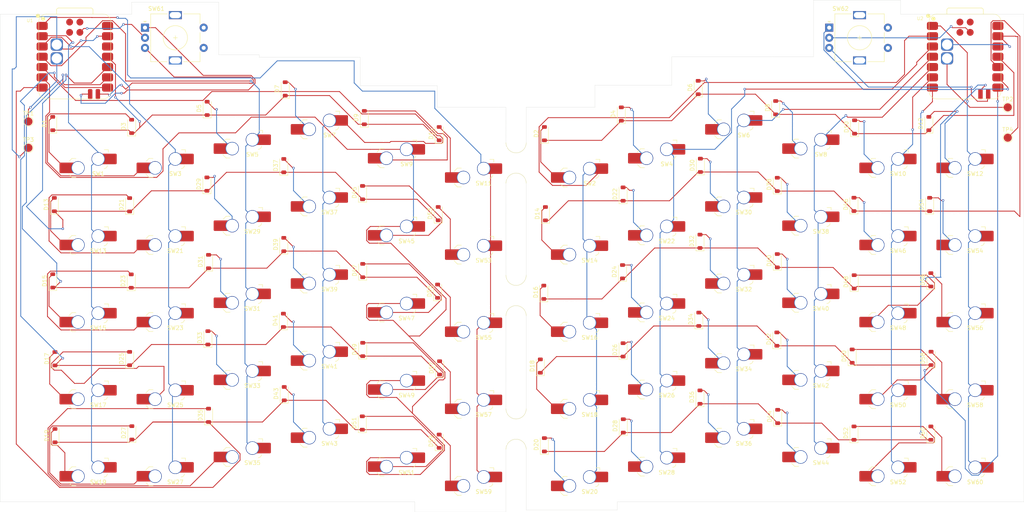
<source format=kicad_pcb>
(kicad_pcb (version 20241229) (generator "pcbnew") (generator_version "9.0")
  (layers (0 "F.Cu" signal) (2 "B.Cu" signal) (13 "F.Paste" user) (15 "B.Paste" user) (5 "F.SilkS" user "F.Silkscreen") (7 "B.SilkS" user "B.Silkscreen") (1 "F.Mask" user) (3 "B.Mask" user) (25 "Edge.Cuts" user))
  (net 0 "")
  (net 1 "Net-(D1-A)")
  (net 2 "/left/row0")
  (net 3 "Net-(D2-A)")
  (net 4 "/right/row0")
  (net 5 "Net-(D3-A)")
  (net 6 "Net-(D4-A)")
  (net 7 "Net-(D5-A)")
  (net 8 "Net-(D6-A)")
  (net 9 "Net-(D7-A)")
  (net 10 "Net-(D8-A)")
  (net 11 "Net-(D9-A)")
  (net 12 "Net-(D10-A)")
  (net 13 "Net-(D11-A)")
  (net 14 "Net-(D12-A)")
  (net 15 "/left/row1")
  (net 16 "Net-(D13-A)")
  (net 17 "/right/row1")
  (net 18 "Net-(D14-A)")
  (net 19 "/left/row2")
  (net 20 "Net-(D15-A)")
  (net 21 "/right/row2")
  (net 22 "Net-(D16-A)")
  (net 23 "/left/row3")
  (net 24 "Net-(D17-A)")
  (net 25 "Net-(D18-A)")
  (net 26 "/right/row3")
  (net 27 "Net-(D19-A)")
  (net 28 "/left/row4")
  (net 29 "Net-(D20-A)")
  (net 30 "/right/row4")
  (net 31 "Net-(D21-A)")
  (net 32 "Net-(D22-A)")
  (net 33 "Net-(D23-A)")
  (net 34 "Net-(D24-A)")
  (net 35 "Net-(D25-A)")
  (net 36 "Net-(D26-A)")
  (net 37 "Net-(D27-A)")
  (net 38 "Net-(D28-A)")
  (net 39 "Net-(D29-A)")
  (net 40 "Net-(D30-A)")
  (net 41 "Net-(D31-A)")
  (net 42 "Net-(D32-A)")
  (net 43 "Net-(D33-A)")
  (net 44 "Net-(D34-A)")
  (net 45 "Net-(D35-A)")
  (net 46 "Net-(D36-A)")
  (net 47 "Net-(D37-A)")
  (net 48 "Net-(D38-A)")
  (net 49 "Net-(D39-A)")
  (net 50 "Net-(D40-A)")
  (net 51 "Net-(D41-A)")
  (net 52 "Net-(D42-A)")
  (net 53 "Net-(D43-A)")
  (net 54 "Net-(D44-A)")
  (net 55 "Net-(D45-A)")
  (net 56 "Net-(D46-A)")
  (net 57 "Net-(D47-A)")
  (net 58 "Net-(D48-A)")
  (net 59 "Net-(D49-A)")
  (net 60 "Net-(D50-A)")
  (net 61 "Net-(D51-A)")
  (net 62 "Net-(D52-A)")
  (net 63 "Net-(D53-A)")
  (net 64 "Net-(D54-A)")
  (net 65 "Net-(D55-A)")
  (net 66 "Net-(D56-A)")
  (net 67 "Net-(D57-A)")
  (net 68 "Net-(D58-A)")
  (net 69 "Net-(D59-A)")
  (net 70 "Net-(D60-A)")
  (net 71 "/left/col0")
  (net 72 "/right/col0")
  (net 73 "/left/col1")
  (net 74 "/right/col1")
  (net 75 "/left/col2")
  (net 76 "/right/col2")
  (net 77 "/left/col3")
  (net 78 "/right/col3")
  (net 79 "/left/col4")
  (net 80 "/right/col4")
  (net 81 "/left/col5")
  (net 82 "/right/col5")
  (net 83 "/left/vbat")
  (net 84 "/right/vbat")
  (net 85 "GND")
  (net 87 "Net-(U1-NFC2)")
  (net 88 "Net-(U1-NFC1)")
  (net 92 "Net-(SW61-PadC)")
  (net 95 "Net-(U2-NFC2)")
  (net 97 "Net-(SW62-PadC)")
  (net 99 "Net-(U2-NFC1)")
  (footprint "Diode_SMD:D_SOD-123" (layer "F.Cu") (at 237 121.5 90)
    (property "Reference" "D52")
    (property "Value" "D")
  )
  (footprint "Diode_SMD:D_SOD-123" (layer "F.Cu") (at 96.10625 55.4 90)
    (property "Reference" "D37")
    (property "Value" "D")
  )
  (footprint "Rotary_Encoder:RotaryEncoder_Alps_EC11E-Switch_Vertical_H20mm" (layer "F.Cu") (at 61.80625 21.3125)
    (property "Reference" "SW61")
    (property "Value" "RotaryEncoder")
  )
  (footprint "Diode_SMD:D_SOD-123" (layer "F.Cu") (at 160.75 67.28125 90)
    (property "Reference" "D14")
    (property "Value" "D")
  )
  (footprint "Diode_SMD:D_SOD-123" (layer "F.Cu") (at 96.20625 111.74375 90)
    (property "Reference" "D43")
    (property "Value" "D")
  )
  (footprint "Diode_SMD:D_SOD-123" (layer "F.Cu") (at 58.5 45.7125 90)
    (property "Reference" "D3")
    (property "Value" "D")
  )
  (footprint "TestPoint:TestPoint_Pad_D2.0mm" (layer "F.Cu") (at 275 41)
    (property "Reference" "TP2")
    (property "Value" "TestPoint")
  )
  (footprint "Diode_SMD:D_SOD-123" (layer "F.Cu") (at 77.15625 41.25625 90)
    (property "Reference" "D5")
    (property "Value" "D")
  )
  (footprint "PCM_marbastlib-choc:SW_choc_v1_HS_CPG135001S30_1u" (layer "F.Cu") (at 83.34375 121.44375)
    (property "Reference" "SW35")
    (property "Value" "SW_Push")
  )
  (footprint "Diode_SMD:D_SOD-123" (layer "F.Cu") (at 236.99375 64.98125 90)
    (property "Reference" "D46")
    (property "Value" "D")
  )
  (footprint "Diode_SMD:D_SOD-123" (layer "F.Cu") (at 236.54375 102.475 90)
    (property "Reference" "D50")
    (property "Value" "D")
  )
  (footprint "PCM_marbastlib-choc:SW_choc_v1_HS_CPG135001S30_1u" (layer "F.Cu") (at 64.29375 69.05625)
    (property "Reference" "SW21")
    (property "Value" "SW_Push")
  )
  (footprint "panelization:mouse-bite-5mm-slot" (layer "F.Cu") (at 153.5 54.75 90)
    (property "Reference" "H5" (hide yes))
    (property "Value" "MountingHole" (hide yes))
  )
  (footprint "PCM_marbastlib-choc:SW_choc_v1_HS_CPG135001S30_1u" (layer "F.Cu") (at 261.9375 107.15625)
    (property "Reference" "SW58")
    (property "Value" "SW_Push")
  )
  (footprint "Diode_SMD:D_SOD-123" (layer "F.Cu") (at 179.94375 100.93125 90)
    (property "Reference" "D26")
    (property "Value" "D")
  )
  (footprint "PCM_marbastlib-choc:SW_choc_v1_HS_CPG135001S30_1u" (layer "F.Cu") (at 261.9375 69.05625)
    (property "Reference" "SW54")
    (property "Value" "SW_Push")
  )
  (footprint "PCM_marbastlib-choc:SW_choc_v1_HS_CPG135001S30_1u" (layer "F.Cu") (at 102.39375 40.48125)
    (property "Reference" "SW7")
    (property "Value" "SW_Push")
  )
  (footprint "modified:modified-XIAO-nRF52840-SMD" (layer "F.Cu") (at 44.5 28.5)
    (property "Reference" "U1")
    (property "Value" "XIAO-nRF52840-SMD")
  )
  (footprint "Diode_SMD:D_SOD-123" (layer "F.Cu") (at 160.5 47.5 90)
    (property "Reference" "D2")
    (property "Value" "D")
  )
  (footprint "Diode_SMD:D_SOD-123" (layer "F.Cu") (at 77.50625 117.1 90)
    (property "Reference" "D35")
    (property "Value" "D")
  )
  (footprint "PCM_marbastlib-choc:SW_choc_v1_HS_CPG135001S30_1u" (layer "F.Cu") (at 45.24375 107.15625)
    (property "Reference" "SW17")
    (property "Value" "SW_Push")
  )
  (footprint "PCM_marbastlib-choc:SW_choc_v1_HS_CPG135001S30_1u" (layer "F.Cu") (at 64.29375 88.10625)
    (property "Reference" "SW23")
    (property "Value" "SW_Push")
  )
  (footprint "Diode_SMD:D_SOD-123" (layer "F.Cu") (at 237.04375 84.125 90)
    (property "Reference" "D48")
    (property "Value" "D")
  )
  (footprint "TestPoint:TestPoint_Pad_D2.0mm" (layer "F.Cu") (at 275 48.5)
    (property "Reference" "TP4")
    (property "Value" "TestPoint")
  )
  (footprint "PCM_marbastlib-choc:SW_choc_v1_HS_CPG135001S30_1u" (layer "F.Cu") (at 204.7875 78.58125)
    (property "Reference" "SW32")
    (property "Value" "SW_Push")
  )
  (footprint "PCM_marbastlib-choc:SW_choc_v1_HS_CPG135001S30_1u" (layer "F.Cu") (at 223.8375 64.29375)
    (property "Reference" "SW38")
    (property "Value" "SW_Push")
  )
  (footprint "Diode_SMD:D_SOD-123" (layer "F.Cu") (at 96.10625 74.9 90)
    (property "Reference" "D39")
    (property "Value" "D")
  )
  (footprint "PCM_marbastlib-choc:SW_choc_v1_HS_CPG135001S30_1u" (layer "F.Cu") (at 185.7375 104.775)
    (property "Reference" "SW26")
    (property "Value" "SW_Push")
  )
  (footprint "PCM_marbastlib-choc:SW_choc_v1_HS_CPG135001S30_1u" (layer "F.Cu") (at 261.9375 88.10625)
    (property "Reference" "SW56")
    (property "Value" "SW_Push")
  )
  (footprint "Diode_SMD:D_SOD-123" (layer "F.Cu") (at 96.45 36.44375 90)
    (property "Reference" "D7")
    (property "Value" "D")
  )
  (footprint "Diode_SMD:D_SOD-123" (layer "F.Cu") (at 160.35 86.69375 90)
    (property "Reference" "D16")
    (property "Value" "D")
  )
  (footprint "Diode_SMD:D_SOD-123" (layer "F.Cu") (at 218.04375 60.05 90)
    (property "Reference" "D38")
    (property "Value" "D")
  )
  (footprint "Diode_SMD:D_SOD-123" (layer "F.Cu") (at 39.55625 103.11875 90)
    (property "Reference" "D17")
    (property "Value" "D")
  )
  (footprint "PCM_marbastlib-choc:SW_choc_v1_HS_CPG135001S30_1u" (layer "F.Cu") (at 185.7375 85.725)
    (property "Reference" "SW24")
    (property "Value" "SW_Push")
  )
  (footprint "Diode_SMD:D_SOD-123" (layer "F.Cu") (at 134.5 123.5 90)
    (property "Reference" "D59")
    (property "Value" "D")
  )
  (footprint "PCM_marbastlib-choc:SW_choc_v1_HS_CPG135001S30_1u" (layer "F.Cu") (at 64.29375 107.15625)
    (property "Reference" "SW25")
    (property "Value" "SW_Push")
  )
  (footprint "PCM_marbastlib-choc:SW_choc_v1_HS_CPG135001S30_1u" (layer "F.Cu") (at 166.6875 52.3875)
    (property "Reference" "SW2")
    (property "Value" "SW_Push")
  )
  (footprint "Diode_SMD:D_SOD-123" (layer "F.Cu") (at 179.5 42.65 90)
    (property "Reference" "D4")
    (property "Value" "D")
  )
  (footprint "PCM_marbastlib-choc:SW_choc_v1_HS_CPG135001S30_1u" (layer "F.Cu") (at 185.7375 123.825)
    (property "Reference" "SW28")
    (property "Value" "SW_Push")
  )
  (footprint "PCM_marbastlib-choc:SW_choc_v1_HS_CPG135001S30_1u" (layer "F.Cu") (at 166.6875 71.4375)
    (property "Reference" "SW14")
    (property "Value" "SW_Push")
  )
  (footprint "PCM_marbastlib-choc:SW_choc_v1_HS_CPG135001S30_1u" (layer "F.Cu") (at 102.39375 59.53125)
    (property "Reference" "SW37")
    (property "Value" "SW_Push")
  )
  (footprint "PCM_marbastlib-choc:SW_choc_v1_HS_CPG135001S30_1u" (layer "F.Cu") (at 242.8875 88.10625)
    (property "Reference" "SW48")
    (property "Value" "SW_Push")
  )
  (footprint "Diode_SMD:D_SOD-123" (layer "F.Cu") (at 77.35 97.95625 90)
    (property "Reference" "D33")
    (property "Value" "D")
  )
  (footprint "Diode_SMD:D_SOD-123" (layer "F.Cu") (at 115.5 119 90)
    (property "Reference" "D51")
    (property "Value" "D")
  )
  (footprint "Diode_SMD:D_SOD-123" (layer "F.Cu") (at 77.10625 59.96875 90)
    (property "Reference" "D29")
    (property "Value" "D")
  )
  (footprint "PCM_marbastlib-choc:SW_choc_v1_HS_CPG135001S30_1u" (layer "F.Cu") (at 140.49375 128.5875)
    (property "Reference" "SW59")
    (property "Value" "SW_Push")
  )
  (footprint "Diode_SMD:D_SOD-123" (layer "F.Cu") (at 179.94375 62.43125 90)
    (property "Reference" "D22")
    (property "Value" "D")
  )
  (footprint "PCM_marbastlib-choc:SW_choc_v1_HS_CPG135001S30_1u" (layer "F.Cu") (at 102.39375 116.68125)
    (property "Reference" "SW43")
    (property "Value" "SW_Push")
  )
  (footprint "Diode_SMD:D_SOD-123" (layer "F.Cu") (at 198.94375 74.1 90)
    (property "Reference" "D32")
    (property "Value" "D")
  )
  (footprint "PCM_marbastlib-choc:SW_choc_v1_HS_CPG135001S30_1u" (layer "F.Cu") (at 45.24375 50.00625)
    (property "Reference" "SW1")
    (property "Value" "SW_Push")
  )
  (footprint "Diode_SMD:D_SOD-123" (layer "F.Cu") (at 115.55625 62.06875 90)
    (property "Reference" "D45")
    (property "Value" "D")
  )
  (footprint "TestPoint:TestPoint_Pad_D2.0mm" (layer "F.Cu") (at 33 51)
    (property "Reference" "TP3")
    (property "Value" "TestPoint")
  )
  (footprint "PCM_marbastlib-choc:SW_choc_v1_HS_CPG135001S30_1u" (layer "F.Cu") (at 166.6875 128.5875)
    (property "Reference" "SW20")
    (property "Value" "SW_Push")
  )
  (footprint "PCM_marbastlib-choc:SW_choc_v1_HS_CPG135001S30_1u" (layer "F.Cu") (at 223.8375 45.24375)
    (property "Reference" "SW8")
    (property "Value" "SW_Push")
  )
  (footprint "Diode_SMD:D_SOD-123" (layer "F.Cu") (at 58.55625 121.43125 90)
    (property "Reference" "D27")
    (property "Value" "D")
  )
  (footprint "Diode_SMD:D_SOD-123" (layer "F.Cu") (at 237.14375 45.85 90)
    (property "Reference" "D10")
    (property "Value" "D")
  )
  (footprint "Diode_SMD:D_SOD-123" (layer "F.Cu") (at 255.69375 65 90)
    (property "Reference" "D54")
    (property "Value" "D")
  )
  (footprint "PCM_marbastlib-choc:SW_choc_v1_HS_CPG135001S30_1u" (layer "F.Cu") (at 121.44375 123.825)
    (property "Reference" "SW51")
    (property "Value" "SW_Push")
  )
  (footprint "PCM_marbastlib-choc:SW_choc_v1_HS_CPG135001S30_1u" (layer "F.Cu") (at 140.49375 90.4875)
    (property "Reference" "SW55")
    (property "Value" "SW_Push")
  )
  (footprint "Diode_SMD:D_SOD-123" (layer "F.Cu") (at 134.25625 67.2625 90)
    (property "Reference" "D53")
    (property "Value" "D")
  )
  (footprint "Diode_SMD:D_SOD-123" (layer "F.Cu") (at 115.60625 100.83125 90)
    (property "Reference" "D49")
    (property "Value" "D")
  )
  (footprint "Diode_SMD:D_SOD-123" (layer "F.Cu") (at 58.4 83.93125 90)
    (property "Reference" "D23")
    (property "Value" "D")
  )
  (footprint "Diode_SMD:D_SOD-123" (layer "F.Cu") (at 159.49375 104.93125 90)
    (property "Reference" "D18")
    (property "Value" "D")
  )
  (footprint "PCM_marbastlib-choc:SW_choc_v1_HS_CPG135001S30_1u" (layer "F.Cu") (at 185.7375 47.625)
    (property "Reference" "SW4")
    (property "Value" "SW_Push")
  )
  (footprint "PCM_marbastlib-choc:SW_choc_v1_HS_CPG135001S30_1u" (layer "F.Cu") (at 166.6875 90.4875)
    (property "Reference" "SW16")
    (property "Value" "SW_Push")
  )
  (footprint "PCM_marbastlib-choc:SW_choc_v1_HS_CPG135001S30_1u" (layer "F.Cu") (at 45.24375 88.10625)
    (property "Reference" "SW15")
    (property "Value" "SW_Push")
  )
  (footprint "Diode_SMD:D_SOD-123" (layer "F.Cu") (at 217.94375 98.26875 90)
    (property "Reference" "D42")
    (property "Value" "D")
  )
  (footprint "PCM_marbastlib-choc:SW_choc_v1_HS_CPG135001S30_1u" (layer "F.Cu") (at 102.39375 78.58125)
    (property "Reference" "SW39")
    (property "Value" "SW_Push")
  )
  (footprint "Diode_SMD:D_SOD-123" (layer "F.Cu") (at 198.94375 112.6 90)
    (property "Reference" "D36")
    (property "Value" "D")
  )
  (footprint "Diode_SMD:D_SOD-123" (layer "F.Cu") (at 218.14375 117.3875 90)
    (property "Reference" "D44")
    (property "Value" "D")
  )
  (footprint "Diode_SMD:D_SOD-123" (layer "F.Cu") (at 256.04375 103.03125 90)
    (property "Reference" "D58")
    (property "Value" "D")
  )
  (footprint "PCM_marbastlib-choc:SW_choc_v1_HS_CPG135001S30_1u" (layer "F.Cu") (at 223.8375 83.34375)
    (property "Reference" "SW40")
    (property "Value" "SW_Push")
  )
  (footprint "PCM_marbastlib-choc:SW_choc_v1_HS_CPG135001S30_1u" (layer "F.Cu") (at 204.7875 40.48125)
    (property "Reference" "SW6")
    (property "Value" "SW_Push")
  )
  (footprint "Diode_SMD:D_SOD-123" (layer "F.Cu") (at 39.00625 83.88125 90)
    (property "Reference" "D15")
    (property "Value" "D")
  )
  (footprint "Diode_SMD:D_SOD-123" (layer "F.Cu") (at 217.64375 41.0875 90)
    (property "Reference" "D8")
    (property "Value" "D")
  )
  (footprint "Diode_SMD:D_SOD-123" (layer "F.Cu") (at 115.60625 81.33125 90)
    (property "Reference" "D47")
    (property "Value" "D")
  )
  (footprint "PCM_marbastlib-choc:SW_choc_v1_HS_CPG135001S30_1u" (layer "F.Cu") (at 45.24375 69.05625)
    (property "Reference" "SW13")
    (property "Value" "SW_Push")
  )
  (footprint "PCM_marbastlib-choc:SW_choc_v1_HS_CPG135001S30_1u" (layer "F.Cu") (at 242.8875 69.05625)
    (property "Reference" "SW46")
    (property "Value" "SW_Push")
  )
  (footprint "Diode_SMD:D_SOD-123" (layer "F.Cu") (at 255.99375 83.61875 90)
    (property "Reference" "D56")
    (property "Value" "D")
  )
  (footprint "Diode_SMD:D_SOD-123" (layer "F.Cu") (at 218.04375 78.9 90)
    (property "Reference" "D40")
    (property "Value" "D")
  )
  (footprint "PCM_marbastlib-choc:SW_choc_v1_HS_CPG135001S30_1u" (layer "F.Cu") (at 140.49375 52.3875)
    (property "Reference" "SW11")
    (property "Value" "SW_Push")
  )
  (footprint "PCM_marbastlib-choc:SW_choc_v1_HS_CPG135001S30_1u" (layer "F.Cu") (at 204.7875 98.26875)
    (property "Reference" "SW34")
    (property "Value" "SW_Push")
  )
  (footprint "PCM_marbastlib-choc:SW_choc_v1_HS_CPG135001S30_1u" (layer "F.Cu") (at 166.6875 109.5375)
    (property "Reference" "SW18")
    (property "Value" "SW_Push")
  )
  (footprint "PCM_marbastlib-choc:SW_choc_v1_HS_CPG135001S30_1u" (layer "F.Cu") (at 223.8375 121.44375)
    (property "Reference" "SW44")
    (property "Value" "SW_Push")
  )
  (footprint "PCM_marbastlib-choc:SW_choc_v1_HS_CPG135001S30_1u" (layer "F.Cu") (at 140.49375 71.4375)
    (property "Reference" "SW53")
    (property "Value" "SW_Push")
  )
  (footprint "PCM_marbastlib-choc:SW_choc_v1_HS_CPG135001S30_1u" (layer "F.Cu") (at 261.9375 126.20625)
    (property "Reference" "SW60")
    (property "Value" "SW_Push")
  )
  (footprint "PCM_marbastlib-choc:SW_choc_v1_HS_CPG135001S30_1u" (layer "F.Cu") (at 140.49375 109.5375)
    (property "Reference" "SW57")
    (property "Value" "SW_Push")
  )
  (footprint "Diode_SMD:D_SOD-123" (layer "F.Cu") (at 160.49375 124.38125 90)
    (property "Reference" "D20")
    (property "Value" "D")
  )
  (footprint "PCM_marbastlib-choc:SW_choc_v1_HS_CPG135001S30_1u" (layer "F.Cu") (at 83.34375 102.39375)
    (property "Reference" "SW33")
    (property "Value" "SW_Push")
  )
  (footprint "Diode_SMD:D_SOD-123" (layer "F.Cu") (at 134.60625 105.38125 90)
    (property "Reference" "D57")
    (property "Value" "D")
  )
  (footprint "Diode_SMD:D_SOD-123" (layer "F.Cu") (at 58.00625 103.075 90)
    (property "Reference" "D25")
    (property "Value" "D")
  )
  (footprint "PCM_marbastlib-choc:SW_choc_v1_HS_CPG135001S30_1u" (layer "F.Cu") (at 121.44375 47.625)
    (property "Reference" "SW9")
    (property "Value" "SW_Push")
  )
  (footprint "PCM_marbastlib-choc:SW_choc_v1_HS_CPG135001S30_1u" (layer "F.Cu") (at 185.7375 66.675)
    (property "Reference" "SW22")
    (property "Value" "SW_Push")
  )
  (footprint "PCM_marbastlib-choc:SW_choc_v1_HS_CPG135001S30_1u" (layer "F.Cu") (at 121.44375 85.725)
    (property "Reference" "SW47")
    (property "Value" "SW_Push")
  )
  (footprint "PCM_marbastlib-choc:SW_choc_v1_HS_CPG135001S30_1u" (layer "F.Cu") (at 242.8875 126.20625)
    (property "Reference" "SW52")
    (property "Value" "SW_Push")
  )
  (footprint "PCM_marbastlib-choc:SW_choc_v1_HS_CPG135001S30_1u" (layer "F.Cu") (at 204.7875 116.68125)
    (property "Reference" "SW36")
    (property "Value" "SW_Push")
  )
  (footprint "Diode_SMD:D_SOD-123" (layer "F.Cu") (at 199.04375 55.325 90)
    (property "Reference" "D30")
    (property "Value" "D")
  )
  (footprint "PCM_marbastlib-choc:SW_choc_v1_HS_CPG135001S30_1u" (layer "F.Cu") (at 83.34375 64.29375)
    (property "Reference" "SW29")
    (property "Value" "SW_Push")
  )
  (footprint "Diode_SMD:D_SOD-123" (layer "F.Cu") (at 39.55625 122.11875 90)
    (property "Reference" "D19")
    (property "Value" "D")
  )
  (footprint "PCM_marbastlib-choc:SW_choc_v1_HS_CPG135001S30_1u" (layer "F.Cu") (at 121.44375 104.775)
    (property "Reference" "SW49")
    (property "Value" "SW_Push")
  )
  (footprint "panelization:mouse-bite-5mm-slot" (layer "F.Cu") (at 153.5 120.5 90)
    (property "Reference" "H1" (hide yes))
    (property "Value" "MountingHole" (hide yes))
  )
  (footprint "Diode_SMD:D_SOD-123" (layer "F.Cu") (at 39.4 65.025 90)
    (property "Reference" "D13")
    (property "Value" "D")
  )
  (footprint "PCM_marbastlib-choc:SW_choc_v1_HS_CPG135001S30_1u" (layer "F.Cu") (at 242.8875 107.15625)
    (property "Reference" "SW50")
    (property "Value" "SW_Push")
  )
  (footprint "Diode_SMD:D_SOD-123" (layer "F.Cu") (at 96.00625 93.625 90)
    (property "Reference" "D41")
    (property "Value" "D")
  )
  (footprint "Rotary_Encoder:RotaryEncoder_Alps_EC11E-Switch_Vertical_H20mm" (layer "F.Cu") (at 230.875 21.3125)
    (property "Reference" "SW62")
    (property "Value" "RotaryEncoder")
  )
  (footprint "PCM_marbastlib-choc:SW_choc_v1_HS_CPG135001S30_1u" (layer "F.Cu") (at 102.39375 97.63125)
    (property "Reference" "SW41")
    (property "Value" "SW_Push")
  )
  (footprint "Diode_SMD:D_SOD-123" (layer "F.Cu") (at 39 45 90)
    (property "Reference" "D1")
    (property "Value" "D")
  )
  (footprint "PCM_marbastlib-choc:SW_choc_v1_HS_CPG135001S30_1u" (layer "F.Cu") (at 121.44375 66.675)
    (property "Reference" "SW45")
    (property "Value" "SW_Push")
  )
  (footprint "PCM_marbastlib-choc:SW_choc_v1_HS_CPG135001S30_1u" (layer "F.Cu") (at 242.8875 50.00625)
    (property "Reference" "SW10")
    (property "Value" "SW_Push")
  )
  (footprint "Diode_SMD:D_SOD-123" (layer "F.Cu") (at 77.50625 79.1 90)
    (property "Reference" "D31")
    (property "Value" "D")
  )
  (footprint "Diode_SMD:D_SOD-123" (layer "F.Cu") (at 116 43.5375 90)
    (property "Reference" "D9")
    (property "Value" "D")
  )
  (footprint "PCM_marbastlib-choc:SW_choc_v1_HS_CPG135001S30_1u" (layer "F.Cu") (at 45.24375 126.20625)
    (property "Reference" "SW19")
    (property "Value" "SW_Push")
  )
  (footprint "PCM_marbastlib-choc:SW_choc_v1_HS_CPG135001S30_1u" (layer "F.Cu") (at 223.8375 102.39375)
    (property "Reference" "SW42")
    (property "Value" "SW_Push")
  )
  (footprint "PCM_marbastlib-choc:SW_choc_v1_HS_CPG135001S30_1u" (layer "F.Cu") (at 204.7875 59.53125)
    (property "Reference" "SW30")
    (property "Value" "SW_Push")
  )
  (footprint "Diode_SMD:D_SOD-123" (layer "F.Cu") (at 179.8 81.61875 90)
    (property "Reference" "D24")
    (property "Value" "D")
  )
  (footprint "Diode_SMD:D_SOD-123" (layer "F.Cu") (at 198.5 36.1 90)
    (property "Reference" "D6")
    (property "Value" "D")
  )
  (footprint "Diode_SMD:D_SOD-123" (layer "F.Cu") (at 198.65625 93.36875 90)
    (property "Reference" "D34")
    (property "Value" "D")
  )
  (footprint "PCM_marbastlib-choc:SW_choc_v1_HS_CPG135001S30_1u" (layer "F.Cu") (at 83.34375 45.24375)
    (property "Reference" "SW5")
    (property "Value" "SW_Push")
  )
  (footprint "PCM_marbastlib-choc:SW_choc_v1_HS_CPG135001S30_1u" (layer "F.Cu") (at 64.29375 50.00625)
    (property "Reference" "SW3")
    (property "Value" "SW_Push")
  )
  (footprint "PCM_marbastlib-choc:SW_choc_v1_HS_CPG135001S30_1u" (layer "F.Cu") (at 261.9375 50.00625)
    (property "Reference" "SW12")
    (property "Value" "SW_Push")
  )
  (footprint "Diode_SMD:D_SOD-123" (layer "F.Cu") (at 58.00625 65.075 90)
    (property "Reference" "D21")
    (property "Value" "D")
  )
  (footprint "PCM_marbastlib-choc:SW_choc_v1_HS_CPG135001S30_1u" (layer "F.Cu") (at 83.34375 83.34375)
    (property "Reference" "SW31")
    (property "Value" "SW_Push")
  )
  (footprint "Diode_SMD:D_SOD-123" (layer "F.Cu") (at 255.5 45 90)
    (property "Reference" "D12")
    (property "Value" "D")
  )
  (footprint "Diode_SMD:D_SOD-123" (layer "F.Cu") (at 134.5 47.5 90)
    (property "Reference" "D11")
    (property "Value" "D")
  )
  (footprint "PCM_marbastlib-choc:SW_choc_v1_HS_CPG135001S30_1u" (layer "F.Cu") (at 64.29375 126.20625)
    (property "Reference" "SW27")
    (property "Value" "SW_Push")
  )
  (footprint "Diode_SMD:D_SOD-123" (layer "F.Cu") (at 134.10625 86.43125 90)
    (property "Reference" "D55")
    (property "Value" "D")
  )
  (footprint "TestPoint:TestPoint_Pad_D2.0mm" (layer "F.Cu") (at 33 44.5)
    (property "Reference" "TP1")
    (property "Value" "TestPoint")
  )
  (footprint "Diode_SMD:D_SOD-123" (layer "F.Cu") (at 256 121.5 90)
    (property "Reference" "D60")
    (property "Value" "D")
  )
  (footprint "Diode_SMD:D_SOD-123" (layer "F.Cu") (at 179.99375 119.71875 90)
    (property "Reference" "D28")
    (property "Value" "D")
  )
  (footprint "panelization:mouse-bite-5mm-slot" (layer "F.Cu") (at 153.5 87.5 90)
    (property "Reference" "H3" (hide yes))
    (property "Value" "MountingHole" (hide yes))
  )
  (footprint "modified:modified-XIAO-nRF52840-SMD" (layer "F.Cu") (at 264.5 28.5)
    (property "Reference" "U2")
    (property "Value" "XIAO-nRF52840-SMD")
  )
  (gr_arc (start 156 49.75) (mid 153.5 52.25) (end 151.000002 49.747815) (stroke (width 0.05)) (layer "Edge.Cuts"))
  (gr_line (start 90 28) (end 80 28) (stroke (width 0.05)) (layer "Edge.Cuts"))
  (gr_line (start 58.5 15) (end 58.5 18) (stroke (width 0.05)) (layer "Edge.Cuts"))
  (gr_line (start 192 28.5) (end 192 35.5) (stroke (width 0.05)) (layer "Edge.Cuts"))
  (gr_line (start 251.5 18) (end 248.5 18) (stroke (width 0.05)) (layer "Edge.Cuts"))
  (gr_line (start 134.00765 41) (end 134.00765 40.127646) (stroke (width 0.05)) (layer "Edge.Cuts"))
  (gr_line (start 217 28.5) (end 192 28.5) (stroke (width 0.05)) (layer "Edge.Cuts"))
  (gr_line (start 26 18) (end 26 138.5) (stroke (width 0.05)) (layer "Edge.Cuts"))
  (gr_line (start 151.007649 41) (end 148.99235 41) (stroke (width 0.05)) (layer "Edge.Cuts"))
  (gr_line (start 227 14.5) (end 248.5 14.5) (stroke (width 0.05)) (layer "Edge.Cuts"))
  (gr_line (start 279 136) (end 279 138.5) (stroke (width 0.05)) (layer "Edge.Cuts"))
  (gr_arc (start 151 125.5) (mid 153.5 123) (end 156 125.5) (stroke (width 0.05)) (layer "Edge.Cuts"))
  (gr_line (start 279 138.5) (end 178.5 138.5) (stroke (width 0.05)) (layer "Edge.Cuts"))
  (gr_line (start 192 35.5) (end 173 35.5) (stroke (width 0.05)) (layer "Edge.Cuts"))
  (gr_line (start 151 115.499596) (end 151.003742 92.363265) (stroke (width 0.05)) (layer "Edge.Cuts"))
  (gr_line (start 151 59.75049) (end 151.004463 82.50049) (stroke (width 0.05)) (layer "Edge.Cuts"))
  (gr_line (start 155.995537 82.5) (end 156 82.5) (stroke (width 0.05)) (layer "Edge.Cuts"))
  (gr_line (start 178.5 138.5) (end 178.5 140.5) (stroke (width 0.05)) (layer "Edge.Cuts"))
  (gr_arc (start 151 59.75049) (mid 153.5 57.25) (end 156 59.75) (stroke (width 0.05)) (layer "Edge.Cuts"))
  (gr_line (start 128.5 138.5) (end 128.5 141) (stroke (width 0.05)) (layer "Edge.Cuts"))
  (gr_line (start 151 141) (end 151 125.5) (stroke (width 0.05)) (layer "Edge.Cuts"))
  (gr_line (start 115.00765 35.627646) (end 134.00765 35.627646) (stroke (width 0.05)) (layer "Edge.Cuts"))
  (gr_line (start 128.5 141) (end 151 141) (stroke (width 0.05)) (layer "Edge.Cuts"))
  (gr_line (start 156 82.5) (end 156 59.75) (stroke (width 0.05)) (layer "Edge.Cuts"))
  (gr_line (start 115.00765 28.627646) (end 115.00765 35.627646) (stroke (width 0.05)) (layer "Edge.Cuts"))
  (gr_line (start 151.007649 41) (end 151.000002 49.747815) (stroke (width 0.05)) (layer "Edge.Cuts"))
  (gr_arc (start 151.003742 92.363265) (mid 153.5 90) (end 156 92.5) (stroke (width 0.05)) (layer "Edge.Cuts"))
  (gr_line (start 156 41) (end 173 41) (stroke (width 0.05)) (layer "Edge.Cuts"))
  (gr_line (start 148.99235 41) (end 134.00765 41) (stroke (width 0.05)) (layer "Edge.Cuts"))
  (gr_line (start 279 136) (end 279 18) (stroke (width 0.05)) (layer "Edge.Cuts"))
  (gr_line (start 58.5 18) (end 29.5 18) (stroke (width 0.05)) (layer "Edge.Cuts"))
  (gr_line (start 80 15) (end 58.5 15) (stroke (width 0.05)) (layer "Edge.Cuts"))
  (gr_line (start 248.5 14.5) (end 248.5 18) (stroke (width 0.05)) (layer "Edge.Cuts"))
  (gr_line (start 156 41) (end 156 49.75) (stroke (width 0.05)) (layer "Edge.Cuts"))
  (gr_arc (start 155.995537 82.5) (mid 153.5 84.995537) (end 151.004463 82.50049) (stroke (width 0.05)) (layer "Edge.Cuts"))
  (gr_line (start 90.00765 28.627646) (end 115.00765 28.627646) (stroke (width 0.05)) (layer "Edge.Cuts"))
  (gr_line (start 26 138.5) (end 128.5 138.5) (stroke (width 0.05)) (layer "Edge.Cuts"))
  (gr_line (start 173 41) (end 173 35.5) (stroke (width 0.05)) (layer "Edge.Cuts"))
  (gr_line (start 217 28.5) (end 227 28.5) (stroke (width 0.05)) (layer "Edge.Cuts"))
  (gr_line (start 156 92.5) (end 156 115.5) (stroke (width 0.05)) (layer "Edge.Cuts"))
  (gr_arc (start 156 115.5) (mid 153.5 118) (end 151 115.499596) (stroke (width 0.05)) (layer "Edge.Cuts"))
  (gr_line (start 29.5 18) (end 26 18) (stroke (width 0.05)) (layer "Edge.Cuts"))
  (gr_line (start 156 140.5) (end 178.5 140.5) (stroke (width 0.05)) (layer "Edge.Cuts"))
  (gr_line (start 156 140.5) (end 156 125.5) (stroke (width 0.05)) (layer "Edge.Cuts"))
  (gr_line (start 80 28) (end 80 15) (stroke (width 0.05)) (layer "Edge.Cuts"))
  (gr_line (start 279 18) (end 251.5 18) (stroke (width 0.05)) (layer "Edge.Cuts"))
  (gr_line (start 227 28.5) (end 227 14.5) (stroke (width 0.05)) (layer "Edge.Cuts"))
  (gr_line (start 90.00765 28.627646) (end 90 28) (stroke (width 0.05)) (layer "Edge.Cuts"))
  (gr_line (start 134.00765 35.627646) (end 134.00765 40.127646) (stroke (width 0.05)) (layer "Edge.Cuts"))
  (segment (start 38.099 44.251) (end 38.099 52.0565) (width 0.2) (layer "F.Cu") (net 1))
  (segment (start 38.099 52.0565) (end 41.99875 55.95625) (width 0.2) (layer "F.Cu") (net 1))
  (segment (start 39 43.35) (end 38.099 44.251) (width 0.2) (layer "F.Cu") (net 1))
  (segment (start 63.59375 42.90625) (end 77.15625 42.90625) (width 0.2) (layer "F.Cu") (net 2))
  (segment (start 52.555 28.5) (end 54.5 30.445) (width 0.2) (layer "F.Cu") (net 2))
  (segment (start 39 46.65) (end 57.7875 46.65) (width 0.2) (layer "F.Cu") (net 2))
  (segment (start 91.6375 42.90625) (end 96.45 38.09375) (width 0.2) (layer "F.Cu") (net 2))
  (segment (start 77.15625 42.90625) (end 91.6375 42.90625) (width 0.2) (layer "F.Cu") (net 2))
  (segment (start 58.5 47.3625) (end 59.1375 47.3625) (width 0.2) (layer "F.Cu") (net 2))
  (segment (start 107.406828 38.09375) (end 114.500578 45.1875) (width 0.2) (layer "F.Cu") (net 2))
  (segment (start 130.5375 45.1875) (end 134.5 49.15) (width 0.2) (layer "F.Cu") (net 2))
  (segment (start 60.5 44.5) (end 60.5 46) (width 0.2) (layer "F.Cu") (net 2))
  (segment (start 96.45 38.09375) (end 107.406828 38.09375) (width 0.2) (layer "F.Cu") (net 2))
  (segment (start 54.5 30.445) (end 54.5 38.5) (width 0.2) (layer "F.Cu") (net 2))
  (segment (start 116 45.1875) (end 130.5375 45.1875) (width 0.2) (layer "F.Cu") (net 2))
  (segment (start 114.500578 45.1875) (end 116 45.1875) (width 0.2) (layer "F.Cu") (net 2))
  (segment (start 60.5 46) (end 63.59375 42.90625) (width 0.2) (layer "F.Cu") (net 2))
  (segment (start 57.7875 46.65) (end 58.5 47.3625) (width 0.2) (layer "F.Cu") (net 2))
  (segment (start 59.1375 47.3625) (end 60.5 46) (width 0.2) (layer "F.Cu") (net 2))
  (via (at 60.5 44.5) (size 0.6) (drill 0.3) (layers "F.Cu" "B.Cu") (net 2))
  (via (at 54.5 38.5) (size 0.6) (drill 0.3) (layers "F.Cu" "B.Cu") (net 2))
  (segment (start 54.5 38.5) (end 60.5 44.5) (width 0.2) (layer "B.Cu") (net 2))
  (segment (start 159.599 46.751) (end 160.5 45.85) (width 0.2) (layer "F.Cu") (net 3))
  (segment (start 159.599 54.494) (end 159.599 46.751) (width 0.2) (layer "F.Cu") (net 3))
  (segment (start 163.4425 58.3375) (end 159.599 54.494) (width 0.2) (layer "F.Cu") (net 3))
  (segment (start 232.38125 42.7375) (end 237.14375 47.5) (width 0.2) (layer "F.Cu") (net 4))
  (segment (start 237.14375 47.5) (end 254.65 47.5) (width 0.2) (layer "F.Cu") (net 4))
  (segment (start 276.5 32.445) (end 272.555 28.5) (width 0.2) (layer "F.Cu") (net 4))
  (segment (start 174.65 49.15) (end 179.5 44.3) (width 0.2) (layer "F.Cu") (net 4))
  (segment (start 198.5 37.75) (end 212.65625 37.75) (width 0.2) (layer "F.Cu") (net 4))
  (segment (start 276.5 43) (end 276.5 32.445) (width 0.2) (layer "F.Cu") (net 4))
  (segment (start 160.5 49.15) (end 174.65 49.15) (width 0.2) (layer "F.Cu") (net 4))
  (segment (start 259.15 43) (end 276.5 43) (width 0.2) (layer "F.Cu") (net 4))
  (segment (start 217.64375 42.7375) (end 232.38125 42.7375) (width 0.2) (layer "F.Cu") (net 4))
  (segment (start 212.65625 37.75) (end 217.64375 42.7375) (width 0.2) (layer "F.Cu") (net 4))
  (segment (start 254.65 47.5) (end 255.5 46.65) (width 0.2) (layer "F.Cu") (net 4))
  (segment (start 179.5 44.3) (end 191.95 44.3) (width 0.2) (layer "F.Cu") (net 4))
  (segment (start 191.95 44.3) (end 198.5 37.75) (width 0.2) (layer "F.Cu") (net 4))
  (segment (start 255.5 46.65) (end 259.15 43) (width 0.2) (layer "F.Cu") (net 4))
  (segment (start 37.698 43.30189) (end 37.698 54.561078) (width 0.2) (layer "F.Cu") (net 5))
  (segment (start 58.5 44.0625) (end 57.0365 42.599) (width 0.2) (layer "F.Cu") (net 5))
  (segment (start 38.40089 42.599) (end 37.698 43.30189) (width 0.2) (layer "F.Cu") (net 5))
  (segment (start 37.698 54.561078) (end 41.044172 57.90725) (width 0.2) (layer "F.Cu") (net 5))
  (segment (start 59.09775 57.90725) (end 61.04875 55.95625) (width 0.2) (layer "F.Cu") (net 5))
  (segment (start 57.0365 42.599) (end 38.40089 42.599) (width 0.2) (layer "F.Cu") (net 5))
  (segment (start 41.044172 57.90725) (end 59.09775 57.90725) (width 0.2) (layer "F.Cu") (net 5))
  (segment (start 181.5 41) (end 179.5 41) (width 0.2) (layer "F.Cu") (net 6))
  (segment (start 182 41.5) (end 181.5 41) (width 0.2) (layer "F.Cu") (net 6))
  (via (at 182 41.5) (size 0.6) (drill 0.3) (layers "F.Cu" "B.Cu") (net 6))
  (segment (start 185.7375 53.575) (end 182.5 50.3375) (width 0.2) (layer "B.Cu") (net 6))
  (segment (start 182.5 50.3375) (end 182.5 42) (width 0.2) (layer "B.Cu") (net 6))
  (segment (start 182.5 42) (end 182 41.5) (width 0.2) (layer "B.Cu") (net 6))
  (segment (start 79.5 41.5) (end 79.05 41.5) (width 0.2) (layer "F.Cu") (net 7))
  (segment (start 79.05 41.5) (end 77.15625 39.60625) (width 0.2) (layer "F.Cu") (net 7))
  (via (at 79.5 41.5) (size 0.6) (drill 0.3) (layers "F.Cu" "B.Cu") (net 7))
  (segment (start 83.34375 51.19375) (end 79.5 47.35) (width 0.2) (layer "B.Cu") (net 7))
  (segment (start 79.5 47.35) (end 79.5 41.5) (width 0.2) (layer "B.Cu") (net 7))
  (segment (start 200.05 34.45) (end 198.5 34.45) (width 0.2) (layer "F.Cu") (net 8))
  (segment (start 200.5 34) (end 200.05 34.45) (width 0.2) (layer "F.Cu") (net 8))
  (via (at 200.5 34) (size 0.6) (drill 0.3) (layers "F.Cu" "B.Cu") (net 8))
  (segment (start 200.5 34.5) (end 200.5 34) (width 0.2) (layer "B.Cu") (net 8))
  (segment (start 204.7875 46.43125) (end 201 42.64375) (width 0.2) (layer "B.Cu") (net 8))
  (segment (start 201 35) (end 200.5 34.5) (width 0.2) (layer "B.Cu") (net 8))
  (segment (start 201 42.64375) (end 201 35) (width 0.2) (layer "B.Cu") (net 8))
  (segment (start 99 36.5) (end 97.29375 34.79375) (width 0.2) (layer "F.Cu") (net 9))
  (segment (start 97.29375 34.79375) (end 96.45 34.79375) (width 0.2) (layer "F.Cu") (net 9))
  (via (at 99 36.5) (size 0.6) (drill 0.3) (layers "F.Cu" "B.Cu") (net 9))
  (segment (start 102.39375 46.43125) (end 99 43.0375) (width 0.2) (layer "B.Cu") (net 9))
  (segment (start 99 43.0375) (end 99 36.5) (width 0.2) (layer "B.Cu") (net 9))
  (segment (start 219.5 40) (end 218.9375 39.4375) (width 0.2) (layer "F.Cu") (net 10))
  (segment (start 218.9375 39.4375) (end 217.64375 39.4375) (width 0.2) (layer "F.Cu") (net 10))
  (via (at 219.5 40) (size 0.6) (drill 0.3) (layers "F.Cu" "B.Cu") (net 10))
  (segment (start 221.7865 49.14275) (end 221.7865 42.2865) (width 0.2) (layer "B.Cu") (net 10))
  (segment (start 223.8375 51.19375) (end 221.7865 49.14275) (width 0.2) (layer "B.Cu") (net 10))
  (segment (start 221.7865 42.2865) (end 219.5 40) (width 0.2) (layer "B.Cu") (net 10))
  (segment (start 116 41.8875) (end 128.58761 41.8875) (width 0.2) (layer "F.Cu") (net 11))
  (segment (start 134.20011 47.5) (end 128.58761 41.8875) (width 0.2) (layer "F.Cu") (net 11))
  (segment (start 136.5 54) (end 121.86875 54) (width 0.2) (layer "F.Cu") (net 11))
  (segment (start 136.5 48.5) (end 135.5 47.5) (width 0.2) (layer "F.Cu") (net 11))
  (segment (start 136.5 54) (end 136.5 48.5) (width 0.2) (layer "F.Cu") (net 11))
  (segment (start 121.86875 54) (end 121.44375 53.575) (width 0.2) (layer "F.Cu") (net 11))
  (segment (start 135.5 47.5) (end 134.20011 47.5) (width 0.2) (layer "F.Cu") (net 11))
  (segment (start 238.2 44.2) (end 237.14375 44.2) (width 0.2) (layer "F.Cu") (net 12))
  (segment (start 239.5 44.5) (end 238.5 44.5) (width 0.2) (layer "F.Cu") (net 12))
  (segment (start 238.5 44.5) (end 238.2 44.2) (width 0.2) (layer "F.Cu") (net 12))
  (via (at 239.5 44.5) (size 0.6) (drill 0.3) (layers "F.Cu" "B.Cu") (net 12))
  (segment (start 242.8875 55.95625) (end 239.5 52.56875) (width 0.2) (layer "B.Cu") (net 12))
  (segment (start 239.5 52.56875) (end 239.5 44.5) (width 0.2) (layer "B.Cu") (net 12))
  (segment (start 134.5 45.85) (end 137.24875 48.59875) (width 0.2) (layer "F.Cu") (net 13))
  (segment (start 137.24875 48.59875) (end 137.24875 58.3375) (width 0.2) (layer "F.Cu") (net 13))
  (segment (start 256.85 42) (end 255.5 43.35) (width 0.2) (layer "F.Cu") (net 14))
  (segment (start 262.5 42) (end 256.85 42) (width 0.2) (layer "F.Cu") (net 14))
  (via (at 262.5 42) (size 0.6) (drill 0.3) (layers "F.Cu" "B.Cu") (net 14))
  (segment (start 261.9375 55.95625) (end 259.5 53.51875) (width 0.2) (layer "B.Cu") (net 14))
  (segment (start 259.5 45) (end 262.5 42) (width 0.2) (layer "B.Cu") (net 14))
  (segment (start 259.5 53.51875) (end 259.5 45) (width 0.2) (layer "B.Cu") (net 14))
  (segment (start 77.38125 61.61875) (end 81.95 57.05) (width 0.2) (layer "F.Cu") (net 15))
  (segment (start 41.5 68.775) (end 39.4 66.675) (width 0.2) (layer "F.Cu") (net 15))
  (segment (start 96.10625 57.05) (end 108.8875 57.05) (width 0.2) (layer "F.Cu") (net 15))
  (segment (start 39.4 66.675) (end 57.95625 66.675) (width 0.2) (layer "F.Cu") (net 15))
  (segment (start 57.95625 66.675) (end 58.00625 66.725) (width 0.2) (layer "F.Cu") (net 15))
  (segment (start 41.5 71) (end 41.5 68.775) (width 0.2) (layer "F.Cu") (net 15))
  (segment (start 44.299 35) (end 48.595 35) (width 0.2) (layer "F.Cu") (net 15))
  (segment (start 81.95 57.05) (end 96.10625 57.05) (width 0.2) (layer "F.Cu") (net 15))
  (segment (start 77.10625 61.61875) (end 77.38125 61.61875) (width 0.2) (layer "F.Cu") (net 15))
  (segment (start 108.8875 57.05) (end 115.55625 63.71875) (width 0.2) (layer "F.Cu") (net 15))
  (segment (start 115.55625 63.71875) (end 129.0625 63.71875) (width 0.2) (layer "F.Cu") (net 15))
  (segment (start 42.299 33) (end 44.299 35) (width 0.2) (layer "F.Cu") (net 15))
  (segment (start 48.595 35) (end 52.555 31.04) (width 0.2) (layer "F.Cu") (net 15))
  (segment (start 58.00625 66.725) (end 58.275 66.725) (width 0.2) (layer "F.Cu") (net 15))
  (segment (start 58.275 66.725) (end 63.38125 61.61875) (width 0.2) (layer "F.Cu") (net 15))
  (segment (start 129.0625 63.71875) (end 134.25625 68.9125) (width 0.2) (layer "F.Cu") (net 15))
  (segment (start 63.38125 61.61875) (end 77.10625 61.61875) (width 0.2) (layer "F.Cu") (net 15))
  (via (at 41.5 71) (size 0.6) (drill 0.3) (layers "F.Cu" "B.Cu") (net 15))
  (via (at 42.299 33) (size 0.6) (drill 0.3) (layers "F.Cu" "B.Cu") (net 15))
  (segment (start 36.5 40) (end 36.5 61.5) (width 0.2) (layer "B.Cu") (net 15))
  (segment (start 36.5 61.5) (end 32.5 65.5) (width 0.2) (layer "B.Cu") (net 15))
  (segment (start 38 71) (end 41.5 71) (width 0.2) (layer "B.Cu") (net 15))
  (segment (start 42.299 34.201) (end 36.5 40) (width 0.2) (layer "B.Cu") (net 15))
  (segment (start 32.5 65.5) (end 38 71) (width 0.2) (layer "B.Cu") (net 15))
  (segment (start 42.299 33) (end 42.299 34.201) (width 0.2) (layer "B.Cu") (net 15))
  (segment (start 39.4 63.375) (end 38.499 64.276) (width 0.2) (layer "F.Cu") (net 16))
  (segment (start 38.499 71.5065) (end 41.99875 75.00625) (width 0.2) (layer "F.Cu") (net 16))
  (segment (start 38.499 64.276) (end 38.499 71.5065) (width 0.2) (layer "F.Cu") (net 16))
  (segment (start 179.94375 64.08125) (end 166.41875 64.08125) (width 0.2) (layer "F.Cu") (net 17))
  (segment (start 276.65 66.65) (end 255.69375 66.65) (width 0.2) (layer "F.Cu") (net 17))
  (segment (start 255.69375 66.65) (end 254.15 66.65) (width 0.2) (layer "F.Cu") (net 17))
  (segment (start 236.99375 66.63125) (end 232.0625 61.7) (width 0.2) (layer "F.Cu") (net 17))
  (segment (start 278 23.4329) (end 278 68) (width 0.2) (layer "F.Cu") (net 17))
  (segment (start 254.15 66.65) (end 254.13125 66.63125) (width 0.2) (layer "F.Cu") (net 17))
  (segment (start 199.04375 56.975) (end 198.525 56.975) (width 0.2) (layer "F.Cu") (net 17))
  (segment (start 198.525 56.975) (end 191.41875 64.08125) (width 0.2) (layer "F.Cu") (net 17))
  (segment (start 272.555 31.04) (end 270.879 29.364) (width 0.2) (layer "F.Cu") (net 17))
  (segment (start 271.340942 19.579) (end 274.1461 19.579) (width 0.2) (layer "F.Cu") (net 17))
  (segment (start 161.56875 68.93125) (end 160.75 68.93125) (width 0.2) (layer "F.Cu") (net 17))
  (segment (start 232.0625 61.7) (end 218.04375 61.7) (width 0.2) (layer "F.Cu") (net 17))
  (segment (start 278 68) (end 276.65 66.65) (width 0.2) (layer "F.Cu") (net 17))
  (segment (start 166.41875 64.08125) (end 161.56875 68.93125) (width 0.2) (layer "F.Cu") (net 17))
  (segment (start 218.04375 61.7) (end 213.31875 56.975) (width 0.2) (layer "F.Cu") (net 17))
  (segment (start 270.879 20.040942) (end 271.340942 19.579) (width 0.2) (layer "F.Cu") (net 17))
  (segment (start 270.879 29.364) (end 270.879 20.040942) (width 0.2) (layer "F.Cu") (net 17))
  (segment (start 191.41875 64.08125) (end 179.94375 64.08125) (width 0.2) (layer "F.Cu") (net 17))
  (segment (start 213.31875 56.975) (end 199.04375 56.975) (width 0.2) (layer "F.Cu") (net 17))
  (segment (start 274.1461 19.579) (end 278 23.4329) (width 0.2) (layer "F.Cu") (net 17))
  (segment (start 254.13125 66.63125) (end 236.99375 66.63125) (width 0.2) (layer "F.Cu") (net 17))
  (segment (start 163.4425 77.3875) (end 159.849 73.794) (width 0.2) (layer "F.Cu") (net 18))
  (segment (start 159.849 73.794) (end 159.849 66.53225) (width 0.2) (layer "F.Cu") (net 18))
  (segment (start 159.849 66.53225) (end 160.75 65.63125) (width 0.2) (layer "F.Cu") (net 18))
  (segment (start 50.734 35.401) (end 52.555 33.58) (width 0.2) (layer "F.Cu") (net 19))
  (segment (start 41.498997 34.998997) (end 41.901 35.401) (width 0.2) (layer "F.Cu") (net 19))
  (segment (start 41.901 35.401) (end 50.734 35.401) (width 0.2) (layer "F.Cu") (net 19))
  (segment (start 58.4 85.58125) (end 72.675 85.58125) (width 0.2) (layer "F.Cu") (net 19))
  (segment (start 39.46875 85.53125) (end 39.00625 85.53125) (width 0.2) (layer "F.Cu") (net 19))
  (segment (start 96.126 76.53025) (end 109.15525 76.53025) (width 0.2) (layer "F.Cu") (net 19))
  (segment (start 72.675 85.58125) (end 77.50625 80.75) (width 0.2) (layer "F.Cu") (net 19))
  (segment (start 77.50625 80.75) (end 91.90625 80.75) (width 0.2) (layer "F.Cu") (net 19))
  (segment (start 58.35 85.53125) (end 58.4 85.58125) (width 0.2) (layer "F.Cu") (net 19))
  (segment (start 41 84) (end 39.46875 85.53125) (width 0.2) (layer "F.Cu") (net 19))
  (segment (start 96.10625 76.55) (end 96.126 76.53025) (width 0.2) (layer "F.Cu") (net 19))
  (segment (start 39.00625 85.53125) (end 58.35 85.53125) (width 0.2) (layer "F.Cu") (net 19))
  (segment (start 115.60625 82.98125) (end 129.00625 82.98125) (width 0.2) (layer "F.Cu") (net 19))
  (segment (start 91.90625 80.75) (end 96.10625 76.55) (width 0.2) (layer "F.Cu") (net 19))
  (segment (start 109.15525 76.53025) (end 115.60625 82.98125) (width 0.2) (layer "F.Cu") (net 19))
  (segment (start 129.00625 82.98125) (end 134.10625 88.08125) (width 0.2) (layer "F.Cu") (net 19))
  (segment (start 41.498997 33) (end 41.498997 34.998997) (width 0.2) (layer "F.Cu") (net 19))
  (via (at 41 84) (size 0.6) (drill 0.3) (layers "F.Cu" "B.Cu") (net 19))
  (via (at 41.498997 33) (size 0.6) (drill 0.3) (layers "F.Cu" "B.Cu") (net 19))
  (segment (start 41.498997 34.001003) (end 32.5 43) (width 0.2) (layer "B.Cu") (net 19))
  (segment (start 32.5 43) (end 32.5 64.5) (width 0.2) (layer "B.Cu") (net 19))
  (segment (start 41.498997 33) (end 41.498997 34.001003) (width 0.2) (layer "B.Cu") (net 19))
  (segment (start 40 79.5) (end 40 83) (width 0.2) (layer "B.Cu") (net 19))
  (segment (start 31.5 71) (end 40 79.5) (width 0.2) (layer "B.Cu") (net 19))
  (segment (start 31.5 65.5) (end 31.5 71) (width 0.2) (layer "B.Cu") (net 19))
  (segment (start 40 83) (end 41 84) (width 0.2) (layer "B.Cu") (net 19))
  (segment (start 32.5 64.5) (end 31.5 65.5) (width 0.2) (layer "B.Cu") (net 19))
  (segment (start 38.10525 83.13225) (end 38.10525 90.16275) (width 0.2) (layer "F.Cu") (net 20))
  (segment (start 38.10525 90.16275) (end 41.99875 94.05625) (width 0.2) (layer "F.Cu") (net 20))
  (segment (start 39.00625 82.23125) (end 38.10525 83.13225) (width 0.2) (layer "F.Cu") (net 20))
  (segment (start 272.555 33.58) (end 275 36.025) (width 0.2) (layer "F.Cu") (net 21))
  (segment (start 237.225 85.775) (end 237.73125 85.26875) (width 0.2) (layer "F.Cu") (net 21))
  (segment (start 160.35 88.34375) (end 174.725 88.34375) (width 0.2) (layer "F.Cu") (net 21))
  (segment (start 275 36.025) (end 275 36.5) (width 0.2) (layer "F.Cu") (net 21))
  (segment (start 237.04375 85.775) (end 237.225 85.775) (width 0.2) (layer "F.Cu") (net 21))
  (segment (start 187.75 75.75) (end 198.94375 75.75) (width 0.2) (layer "F.Cu") (net 21))
  (segment (start 237.73125 85.26875) (end 255.99375 85.26875) (width 0.2) (layer "F.Cu") (net 21))
  (segment (start 213.24375 75.75) (end 218.04375 80.55) (width 0.2) (layer "F.Cu") (net 21))
  (segment (start 174.725 88.34375) (end 179.8 83.26875) (width 0.2) (layer "F.Cu") (net 21))
  (segment (start 198.94375 75.75) (end 213.24375 75.75) (width 0.2) (layer "F.Cu") (net 21))
  (segment (start 254.5 83.5) (end 254.5 83.775) (width 0.2) (layer "F.Cu") (net 21))
  (segment (start 179.8 83.26875) (end 180.23125 83.26875) (width 0.2) (layer "F.Cu") (net 21))
  (segment (start 254.5 83.775) (end 255.99375 85.26875) (width 0.2) (layer "F.Cu") (net 21))
  (segment (start 231.81875 80.55) (end 237.04375 85.775) (width 0.2) (layer "F.Cu") (net 21))
  (segment (start 180.23125 83.26875) (end 187.75 75.75) (width 0.2) (layer "F.Cu") (net 21))
  (segment (start 218.04375 80.55) (end 231.81875 80.55) (width 0.2) (layer "F.Cu") (net 21))
  (via (at 275 36.5) (size 0.6) (drill 0.3) (layers "F.Cu" "B.Cu") (net 21))
  (via (at 254.5 83.5) (size 0.6) (drill 0.3) (layers "F.Cu" "B.Cu") (net 21))
  (segment (start 258.399 82.899) (end 258.5 83) (width 0.2) (layer "B.Cu") (net 21))
  (segment (start 255 83) (end 254.5 83.5) (width 0.2) (layer "B.Cu") (net 21))
  (segment (start 267.150057 36.5) (end 258.399 45.251057) (width 0.2) (layer "B.Cu") (net 21))
  (segment (start 258.399 45.251057) (end 258.399 82.899) (width 0.2) (layer "B.Cu") (net 21))
  (segment (start 258.5 83) (end 255 83) (width 0.2) (layer "B.Cu") (net 21))
  (segment (start 275 36.5) (end 267.150057 36.5) (width 0.2) (layer "B.Cu") (net 21))
  (segment (start 159.449 92.444) (end 159.449 85.94475) (width 0.2) (layer "F.Cu") (net 22))
  (segment (start 159.449 85.94475) (end 160.35 85.04375) (width 0.2) (layer "F.Cu") (net 22))
  (segment (start 163.4425 96.4375) (end 159.449 92.444) (width 0.2) (layer "F.Cu") (net 22))
  (segment (start 39.4 33.4671) (end 39.4 32.5) (width 0.2) (layer "F.Cu") (net 23))
  (segment (start 130.05625 102.48125) (end 134.60625 107.03125) (width 0.2) (layer "F.Cu") (net 23))
  (segment (start 52.555 36.12) (end 42.0529 36.12) (width 0.2) (layer "F.Cu") (net 23))
  (segment (start 41.325 103) (end 39.55625 104.76875) (width 0.2) (layer "F.Cu") (net 23))
  (segment (start 107.775 95.275) (end 114.98125 102.48125) (width 0.2) (layer "F.Cu") (net 23))
  (segment (start 115.60625 102.48125) (end 130.05625 102.48125) (width 0.2) (layer "F.Cu") (net 23))
  (segment (start 96.00625 95.275) (end 107.775 95.275) (width 0.2) (layer "F.Cu") (net 23))
  (segment (start 63.39375 99.60625) (end 77.35 99.60625) (width 0.2) (layer "F.Cu") (net 23))
  (segment (start 41.5 103) (end 41.325 103) (width 0.2) (layer "F.Cu") (net 23))
  (segment (start 114.98125 102.48125) (end 115.60625 102.48125) (width 0.2) (layer "F.Cu") (net 23))
  (segment (start 58.00625 104.725) (end 58.275 104.725) (width 0.2) (layer "F.Cu") (net 23))
  (segment (start 77.35 99.60625) (end 91.675 99.60625) (width 0.2) (layer "F.Cu") (net 23))
  (segment (start 91.675 99.60625) (end 96.00625 95.275) (width 0.2) (layer "F.Cu") (net 23))
  (segment (start 57.9625 104.76875) (end 58.00625 104.725) (width 0.2) (layer "F.Cu") (net 23))
  (segment (start 39.55625 104.76875) (end 57.9625 104.76875) (width 0.2) (layer "F.Cu") (net 23))
  (segment (start 58.275 104.725) (end 63.39375 99.60625) (width 0.2) (layer "F.Cu") (net 23))
  (segment (start 42.0529 36.12) (end 39.4 33.4671) (width 0.2) (layer "F.Cu") (net 23))
  (via (at 39.4 32.5) (size 0.6) (drill 0.3) (layers "F.Cu" "B.Cu") (net 23))
  (via (at 41.5 103) (size 0.6) (drill 0.3) (layers "F.Cu" "B.Cu") (net 23))
  (segment (start 38 32.5) (end 31 39.5) (width 0.2) (layer "B.Cu") (net 23))
  (segment (start 32 53) (end 31.099 53.901) (width 0.2) (layer "B.Cu") (net 23))
  (segment (start 31.099 92.599) (end 41.5 103) (width 0.2) (layer "B.Cu") (net 23))
  (segment (start 31 39.5) (end 32 40.5) (width 0.2) (layer "B.Cu") (net 23))
  (segment (start 39.4 32.5) (end 38 32.5) (width 0.2) (layer "B.Cu") (net 23))
  (segment (start 31.099 53.901) (end 31.099 92.599) (width 0.2) (layer "B.Cu") (net 23))
  (segment (start 32 40.5) (end 32 53) (width 0.2) (layer "B.Cu") (net 23))
  (segment (start 38.25425 102.77075) (end 38.25425 109.36175) (width 0.2) (layer "F.Cu") (net 24))
  (segment (start 39.55625 101.46875) (end 38.25425 102.77075) (width 0.2) (layer "F.Cu") (net 24))
  (segment (start 38.25425 109.36175) (end 41.99875 113.10625) (width 0.2) (layer "F.Cu") (net 24))
  (segment (start 158.59275 104.18225) (end 159.49375 103.28125) (width 0.2) (layer "F.Cu") (net 25))
  (segment (start 158.59275 110.63775) (end 158.59275 104.18225) (width 0.2) (layer "F.Cu") (net 25))
  (segment (start 163.4425 115.4875) (end 158.59275 110.63775) (width 0.2) (layer "F.Cu") (net 25))
  (segment (start 254.5 106) (end 254.725 106) (width 0.2) (layer "F.Cu") (net 26))
  (segment (start 179.94375 102.58125) (end 163.49375 102.58125) (width 0.2) (layer "F.Cu") (net 26))
  (segment (start 272.555 36.12) (end 272.5 36.175) (width 0.2) (layer "F.Cu") (net 26))
  (segment (start 237.1 104.68125) (end 236.54375 104.125) (width 0.2) (layer "F.Cu") (net 26))
  (segment (start 256.04375 104.68125) (end 237.1 104.68125) (width 0.2) (layer "F.Cu") (net 26))
  (segment (start 254.725 106) (end 256.04375 104.68125) (width 0.2) (layer "F.Cu") (net 26))
  (segment (start 163.49375 102.58125) (end 159.49375 106.58125) (width 0.2) (layer "F.Cu") (net 26))
  (segment (start 213.04375 95.01875) (end 198.65625 95.01875) (width 0.2) (layer "F.Cu") (net 26))
  (segment (start 187.50625 95.01875) (end 179.94375 102.58125) (width 0.2) (layer "F.Cu") (net 26))
  (segment (start 272.5 36.175) (end 272.5 39.5) (width 0.2) (layer "F.Cu") (net 26))
  (segment (start 217.94375 99.91875) (end 213.04375 95.01875) (width 0.2) (layer "F.Cu") (net 26))
  (segment (start 236.54375 104.125) (end 232.3375 99.91875) (width 0.2) (layer "F.Cu") (net 26))
  (segment (start 232.3375 99.91875) (end 217.94375 99.91875) (width 0.2) (layer "F.Cu") (net 26))
  (segment (start 198.65625 95.01875) (end 187.50625 95.01875) (width 0.2) (layer "F.Cu") (net 26))
  (via (at 272.5 39.5) (size 0.6) (drill 0.3) (layers "F.Cu" "B.Cu") (net 26))
  (via (at 254.5 106) (size 0.6) (drill 0.3) (layers "F.Cu" "B.Cu") (net 26))
  (segment (start 267.745631 131.90725) (end 266.129369 131.90725) (width 0.2) (layer "B.Cu") (net 26))
  (segment (start 264.5 118.427881) (end 254.5 108.427881) (width 0.2) (layer "B.Cu") (net 26))
  (segment (start 264.5 130.277881) (end 264.5 118.427881) (width 0.2) (layer "B.Cu") (net 26))
  (segment (start 266.129369 131.90725) (end 264.5 130.277881) (width 0.2) (layer "B.Cu") (net 26))
  (segment (start 254.5 108.427881) (end 254.5 106) (width 0.2) (layer "B.Cu") (net 26))
  (segment (start 272.5 127.152881) (end 267.745631 131.90725) (width 0.2) (layer "B.Cu") (net 26))
  (segment (start 272.5 39.5) (end 272.5 127.152881) (width 0.2) (layer "B.Cu") (net 26))
  (segment (start 41.99875 126.36314) (end 40.15536 124.51975) (width 0.2) (layer "F.Cu") (net 27))
  (segment (start 41.99875 132.15625) (end 41.99875 126.36314) (width 0.2) (layer "F.Cu") (net 27))
  (segment (start 38.65525 124.21786) (end 38.65525 121.36975) (width 0.2) (layer "F.Cu") (net 27))
  (segment (start 38.65525 121.36975) (end 39.55625 120.46875) (width 0.2) (layer "F.Cu") (net 27))
  (segment (start 38.95714 124.51975) (end 38.65525 124.21786) (width 0.2) (layer "F.Cu") (net 27))
  (segment (start 40.15536 124.51975) (end 38.95714 124.51975) (width 0.2) (layer "F.Cu") (net 27))
  (segment (start 63.75 118.75) (end 77.459131 118.75) (width 0.2) (layer "F.Cu") (net 28))
  (segment (start 58.55625 123.08125) (end 59.41875 123.08125) (width 0.2) (layer "F.Cu") (net 28))
  (segment (start 77.459131 118.75) (end 85.29475 126.585619) (width 0.2) (layer "F.Cu") (net 28))
  (segment (start 106.506828 113.39375) (end 113.763078 120.65) (width 0.2) (layer "F.Cu") (net 28))
  (segment (start 59.41875 123.08125) (end 63.75 118.75) (width 0.2) (layer "F.Cu") (net 28))
  (segment (start 113.763078 120.65) (end 115.5 120.65) (width 0.2) (layer "F.Cu") (net 28))
  (segment (start 31 37) (end 31.88 36.12) (width 0.2) (layer "F.Cu") (net 28))
  (segment (start 63.75 118.75) (end 77.50625 118.75) (width 0.2) (layer "F.Cu") (net 28))
  (segment (start 30 37) (end 31 37) (width 0.2) (layer "F.Cu") (net 28))
  (segment (start 39.55625 123.76875) (end 57.86875 123.76875) (width 0.2) (layer "F.Cu") (net 28))
  (segment (start 130 120.65) (end 134.5 125.15) (width 0.2) (layer "F.Cu") (net 28))
  (segment (start 96.20625 113.39375) (end 106.506828 113.39375) (width 0.2) (layer "F.Cu") (net 28))
  (segment (start 115.5 120.65) (end 130 120.65) (width 0.2) (layer "F.Cu") (net 28))
  (segment (start 85.29475 126.585619) (end 85.29475 128.201881) (width 0.2) (layer "F.Cu") (net 28))
  (segment (start 31.88 36.12) (end 36.39 36.12) (width 0.2) (layer "F.Cu") (net 28))
  (segment (start 90.85 118.75) (end 96.20625 113.39375) (width 0.2) (layer "F.Cu") (net 28))
  (segment (start 57.86875 123.76875) (end 58.55625 123.08125) (width 0.2) (layer "F.Cu") (net 28))
  (segment (start 85.29475 128.201881) (end 78.587381 134.90925) (width 0.2) (layer "F.Cu") (net 28))
  (segment (start 40.711972 134.90925) (end 30 124.197278) (width 0.2) (layer "F.Cu") (net 28))
  (segment (start 77.50625 118.75) (end 90.85 118.75) (width 0.2) (layer "F.Cu") (net 28))
  (segment (start 30 124.197278) (end 30 37) (width 0.2) (layer "F.Cu") (net 28))
  (segment (start 78.587381 134.90925) (end 40.711972 134.90925) (width 0.2) (layer "F.Cu") (net 28))
  (segment (start 162.5 123) (end 162.23125 122.73125) (width 0.2) (layer "F.Cu") (net 29))
  (segment (start 162.23125 122.73125) (end 160.49375 122.73125) (width 0.2) (layer "F.Cu") (net 29))
  (via (at 162.5 123) (size 0.6) (drill 0.3) (layers "F.Cu" "B.Cu") (net 29))
  (segment (start 163 123.5) (end 162.5 123) (width 0.2) (layer "B.Cu") (net 29))
  (segment (start 166.6875 134.5375) (end 163 130.85) (width 0.2) (layer "B.Cu") (net 29))
  (segment (start 163 130.85) (end 163 123.5) (width 0.2) (layer "B.Cu") (net 29))
  (segment (start 256.39 39.61) (end 254 42) (width 0.2) (layer "F.Cu") (net 30))
  (segment (start 256.39 36.12) (end 256.39 39.61) (width 0.2) (layer "F.Cu") (net 30))
  (segment (start 160.49375 126.03125) (end 175.33125 126.03125) (width 0.2) (layer "F.Cu") (net 30))
  (segment (start 213.35625 114.25) (end 218.14375 119.0375) (width 0.2) (layer "F.Cu") (net 30))
  (segment (start 198.94375 114.25) (end 213.35625 114.25) (width 0.2) (layer "F.Cu") (net 30))
  (segment (start 179.99375 121.36875) (end 191.825 121.36875) (width 0.2) (layer "F.Cu") (net 30))
  (segment (start 237 123.15) (end 256 123.15) (width 0.2) (layer "F.Cu") (net 30))
  (segment (start 229.0375 119.0375) (end 233.15 123.15) (width 0.2) (layer "F.Cu") (net 30))
  (segment (start 253.5 121.5) (end 255.15 123.15) (width 0.2) (layer "F.Cu") (net 30))
  (segment (start 233.15 123.15) (end 237 123.15) (width 0.2) (layer "F.Cu") (net 30))
  (segment (start 255.15 123.15) (end 256 123.15) (width 0.2) (layer "F.Cu") (net 30))
  (segment (start 175.33125 126.03125) (end 179.99375 121.36875) (width 0.2) (layer "F.Cu") (net 30))
  (segment (start 218.14375 119.0375) (end 229.0375 119.0375) (width 0.2) (layer "F.Cu") (net 30))
  (segment (start 191.825 121.36875) (end 198.94375 114.25) (width 0.2) (layer "F.Cu") (net 30))
  (via (at 253.5 121.5) (size 0.6) (drill 0.3) (layers "F.Cu" "B.Cu") (net 30))
  (via (at 254 42) (size 0.6) (drill 0.3) (layers "F.Cu" "B.Cu") (net 30))
  (segment (start 253.5 42.5) (end 253.5 121.5) (width 0.2) (layer "B.Cu") (net 30))
  (segment (start 254 42) (end 253.5 42.5) (width 0.2) (layer "B.Cu") (net 30))
  (segment (start 59.09775 76.95725) (end 61.04875 75.00625) (width 0.2) (layer "F.Cu") (net 31))
  (segment (start 41.044172 76.95725) (end 59.09775 76.95725) (width 0.2) (layer "F.Cu") (net 31))
  (segment (start 38.098 63.32689) (end 38.098 74.011078) (width 0.2) (layer "F.Cu") (net 31))
  (segment (start 38.098 74.011078) (end 41.044172 76.95725) (width 0.2) (layer "F.Cu") (net 31))
  (segment (start 58.00625 63.425) (end 57.20525 62.624) (width 0.2) (layer "F.Cu") (net 31))
  (segment (start 57.20525 62.624) (end 38.80089 62.624) (width 0.2) (layer "F.Cu") (net 31))
  (segment (start 38.80089 62.624) (end 38.098 63.32689) (width 0.2) (layer "F.Cu") (net 31))
  (segment (start 180.78125 60.78125) (end 179.94375 60.78125) (width 0.2) (layer "F.Cu") (net 32))
  (segment (start 182.5 61.5) (end 181.5 61.5) (width 0.2) (layer "F.Cu") (net 32))
  (segment (start 181.5 61.5) (end 180.78125 60.78125) (width 0.2) (layer "F.Cu") (net 32))
  (via (at 182.5 61.5) (size 0.6) (drill 0.3) (layers "F.Cu" "B.Cu") (net 32))
  (segment (start 182.5 69.3875) (end 182.5 61.5) (width 0.2) (layer "B.Cu") (net 32))
  (segment (start 185.7375 72.625) (end 182.5 69.3875) (width 0.2) (layer "B.Cu") (net 32))
  (segment (start 37.70425 92.667328) (end 41.044172 96.00725) (width 0.2) (layer "F.Cu") (net 33))
  (segment (start 41.044172 96.00725) (end 59.09775 96.00725) (width 0.2) (layer "F.Cu") (net 33))
  (segment (start 37.70425 82.18314) (end 37.70425 92.667328) (width 0.2) (layer "F.Cu") (net 33))
  (segment (start 57.599 81.48025) (end 38.40714 81.48025) (width 0.2) (layer "F.Cu") (net 33))
  (segment (start 58.4 82.28125) (end 57.599 81.48025) (width 0.2) (layer "F.Cu") (net 33))
  (segment (start 38.40714 81.48025) (end 37.70425 82.18314) (width 0.2) (layer "F.Cu") (net 33))
  (segment (start 59.09775 96.00725) (end 61.04875 94.05625) (width 0.2) (layer "F.Cu") (net 33))
  (segment (start 181.96875 79.96875) (end 179.8 79.96875) (width 0.2) (layer "F.Cu") (net 34))
  (segment (start 182 80) (end 181.96875 79.96875) (width 0.2) (layer "F.Cu") (net 34))
  (via (at 182 80) (size 0.6) (drill 0.3) (layers "F.Cu" "B.Cu") (net 34))
  (segment (start 182 87.9375) (end 182 80) (width 0.2) (layer "B.Cu") (net 34))
  (segment (start 185.7375 91.675) (end 182 87.9375) (width 0.2) (layer "B.Cu") (net 34))
  (segment (start 44.394198 109.20725) (end 46.79275 109.20725) (width 0.2) (layer "F.Cu") (net 35))
  (segment (start 41.54989 101.425) (end 38.65525 104.31964) (width 0.2) (layer "F.Cu") (net 35))
  (segment (start 38.65525 104.31964) (end 38.65525 105.21786) (width 0.2) (layer "F.Cu") (net 35))
  (segment (start 60.236948 105) (end 66.5 105) (width 0.2) (layer "F.Cu") (net 35))
  (segment (start 41.142198 105.95525) (end 44.394198 109.20725) (width 0.2) (layer "F.Cu") (net 35))
  (segment (start 66.5 105) (end 66.5 110.9) (width 0.2) (layer "F.Cu") (net 35))
  (segment (start 46.79275 109.20725) (end 50.5 105.5) (width 0.2) (layer "F.Cu") (net 35))
  (segment (start 50.5 105.5) (end 59.736948 105.5) (width 0.2) (layer "F.Cu") (net 35))
  (segment (start 58.00625 101.425) (end 41.54989 101.425) (width 0.2) (layer "F.Cu") (net 35))
  (segment (start 66.5 110.9) (end 64.29375 113.10625) (width 0.2) (layer "F.Cu") (net 35))
  (segment (start 39.39264 105.95525) (end 41.142198 105.95525) (width 0.2) (layer "F.Cu") (net 35))
  (segment (start 38.65525 105.21786) (end 39.39264 105.95525) (width 0.2) (layer "F.Cu") (net 35))
  (segment (start 59.736948 105.5) (end 60.236948 105) (width 0.2) (layer "F.Cu") (net 35))
  (segment (start 181 99) (end 180.71875 99.28125) (width 0.2) (layer "F.Cu") (net 36))
  (segment (start 180.71875 99.28125) (end 179.94375 99.28125) (width 0.2) (layer "F.Cu") (net 36))
  (segment (start 182 99) (end 181 99) (width 0.2) (layer "F.Cu") (net 36))
  (via (at 182 99) (size 0.6) (drill 0.3) (layers "F.Cu" "B.Cu") (net 36))
  (segment (start 182 106.9875) (end 182 99) (width 0.2) (layer "B.Cu") (net 36))
  (segment (start 185.7375 110.725) (end 182 106.9875) (width 0.2) (layer "B.Cu") (net 36))
  (segment (start 38.95714 119.71775) (end 58.49275 119.71775) (width 0.2) (layer "F.Cu") (net 37))
  (segment (start 61.04875 132.15625) (end 59.09775 134.10725) (width 0.2) (layer "F.Cu") (net 37))
  (segment (start 41.044172 134.10725) (end 38.25425 131.317328) (width 0.2) (layer "F.Cu") (net 37))
  (segment (start 38.25425 120.42064) (end 38.95714 119.71775) (width 0.2) (layer "F.Cu") (net 37))
  (segment (start 38.25425 131.317328) (end 38.25425 120.42064) (width 0.2) (layer "F.Cu") (net 37))
  (segment (start 59.09775 134.10725) (end 41.044172 134.10725) (width 0.2) (layer "F.Cu") (net 37))
  (segment (start 58.49275 119.71775) (end 58.55625 119.78125) (width 0.2) (layer "F.Cu") (net 37))
  (segment (start 181.56875 118.06875) (end 179.99375 118.06875) (width 0.2) (layer "F.Cu") (net 38))
  (segment (start 182 118.5) (end 181.56875 118.06875) (width 0.2) (layer "F.Cu") (net 38))
  (via (at 182 118.5) (size 0.6) (drill 0.3) (layers "F.Cu" "B.Cu") (net 38))
  (segment (start 182 126.0375) (end 182 118.5) (width 0.2) (layer "B.Cu") (net 38))
  (segment (start 185.7375 129.775) (end 182 126.0375) (width 0.2) (layer "B.Cu") (net 38))
  (segment (start 79 58) (end 78.68125 58.31875) (width 0.2) (layer "F.Cu") (net 39))
  (segment (start 78.68125 58.31875) (end 77.10625 58.31875) (width 0.2) (layer "F.Cu") (net 39))
  (via (at 79 58) (size 0.6) (drill 0.3) (layers "F.Cu" "B.Cu") (net 39))
  (segment (start 83.34375 67.910298) (end 79 63.566548) (width 0.2) (layer "B.Cu") (net 39))
  (segment (start 83.34375 70.24375) (end 83.34375 67.910298) (width 0.2) (layer "B.Cu") (net 39))
  (segment (start 79 63.566548) (end 79 58) (width 0.2) (layer "B.Cu") (net 39))
  (segment (start 200.675 53.675) (end 199.04375 53.675) (width 0.2) (layer "F.Cu") (net 40))
  (segment (start 201.5 54.5) (end 200.675 53.675) (width 0.2) (layer "F.Cu") (net 40))
  (via (at 201.5 54.5) (size 0.6) (drill 0.3) (layers "F.Cu" "B.Cu") (net 40))
  (segment (start 201.5 62.19375) (end 201.5 54.5) (width 0.2) (layer "B.Cu") (net 40))
  (segment (start 204.7875 65.48125) (end 201.5 62.19375) (width 0.2) (layer "B.Cu") (net 40))
  (segment (start 80.5 78.5) (end 79.45 77.45) (width 0.2) (layer "F.Cu") (net 41))
  (segment (start 79.45 77.45) (end 77.50625 77.45) (width 0.2) (layer "F.Cu") (net 41))
  (via (at 80.5 78.5) (size 0.6) (drill 0.3) (layers "F.Cu" "B.Cu") (net 41))
  (segment (start 83.34375 89.29375) (end 80.5 86.45) (width 0.2) (layer "B.Cu") (net 41))
  (segment (start 80.5 86.45) (end 80.5 78.5) (width 0.2) (layer "B.Cu") (net 41))
  (segment (start 200.45 72.45) (end 198.94375 72.45) (width 0.2) (layer "F.Cu") (net 42))
  (segment (start 201.5 73.5) (end 200.45 72.45) (width 0.2) (layer "F.Cu") (net 42))
  (via (at 201.5 73.5) (size 0.6) (drill 0.3) (layers "F.Cu" "B.Cu") (net 42))
  (segment (start 204.7875 84.53125) (end 201.5 81.24375) (width 0.2) (layer "B.Cu") (net 42))
  (segment (start 201.5 81.24375) (end 201.5 73.5) (width 0.2) (layer "B.Cu") (net 42))
  (segment (start 78.30625 96.30625) (end 77.35 96.30625) (width 0.2) (layer "F.Cu") (net 43))
  (segment (start 79.5 97.5) (end 78.30625 96.30625) (width 0.2) (layer "F.Cu") (net 43))
  (via (at 79.5 97.5) (size 0.6) (drill 0.3) (layers "F.Cu" "B.Cu") (net 43))
  (segment (start 83.34375 108.34375) (end 79.5 104.5) (width 0.2) (layer "B.Cu") (net 43))
  (segment (start 79.5 104.5) (end 79.5 97.5) (width 0.2) (layer "B.Cu") (net 43))
  (segment (start 201 93.5) (end 199.21875 91.71875) (width 0.2) (layer "F.Cu") (net 44))
  (segment (start 199.21875 91.71875) (end 198.65625 91.71875) (width 0.2) (layer "F.Cu") (net 44))
  (via (at 201 93.5) (size 0.6) (drill 0.3) (layers "F.Cu" "B.Cu") (net 44))
  (segment (start 201 100.43125) (end 201 93.5) (width 0.2) (layer "B.Cu") (net 44))
  (segment (start 204.7875 104.21875) (end 201 100.43125) (width 0.2) (layer "B.Cu") (net 44))
  (segment (start 37.85325 120.25454) (end 42.65779 115.45) (width 0.2) (layer "F.Cu") (net 45))
  (segment (start 80.09875 127.39375) (end 72.98425 134.50825) (width 0.2) (layer "F.Cu") (net 45))
  (segment (start 72.98425 134.50825) (end 40.878072 134.50825) (width 0.2) (layer "F.Cu") (net 45))
  (segment (start 42.65779 115.45) (end 77.50625 115.45) (width 0.2) (layer "F.Cu") (net 45))
  (segment (start 37.85325 131.483428) (end 37.85325 120.25454) (width 0.2) (layer "F.Cu") (net 45))
  (segment (start 40.878072 134.50825) (end 37.85325 131.483428) (width 0.2) (layer "F.Cu") (net 45))
  (segment (start 201 112) (end 199.95 110.95) (width 0.2) (layer "F.Cu") (net 46))
  (segment (start 199.95 110.95) (end 198.94375 110.95) (width 0.2) (layer "F.Cu") (net 46))
  (via (at 201 112) (size 0.6) (drill 0.3) (layers "F.Cu" "B.Cu") (net 46))
  (segment (start 204.7875 122.63125) (end 201 118.84375) (width 0.2) (layer "B.Cu") (net 46))
  (segment (start 201 118.84375) (end 201 112) (width 0.2) (layer "B.Cu") (net 46))
  (segment (start 98.5 56) (end 98.35625 56) (width 0.2) (layer "F.Cu") (net 47))
  (segment (start 98.35625 56) (end 96.10625 53.75) (width 0.2) (layer "F.Cu") (net 47))
  (via (at 98.5 56) (size 0.6) (drill 0.3) (layers "F.Cu" "B.Cu") (net 47))
  (segment (start 102.39375 65.48125) (end 98.5 61.5875) (width 0.2) (layer "B.Cu") (net 47))
  (segment (start 98.5 61.5875) (end 98.5 56) (width 0.2) (layer "B.Cu") (net 47))
  (segment (start 220.5 60) (end 218.9 58.4) (width 0.2) (layer "F.Cu") (net 48))
  (segment (start 218.9 58.4) (end 218.04375 58.4) (width 0.2) (layer "F.Cu") (net 48))
  (via (at 220.5 60) (size 0.6) (drill 0.3) (layers "F.Cu" "B.Cu") (net 48))
  (segment (start 223.8375 70.24375) (end 220.5 66.90625) (width 0.2) (layer "B.Cu") (net 48))
  (segment (start 220.5 66.90625) (end 220.5 60) (width 0.2) (layer "B.Cu") (net 48))
  (segment (start 98.5 75.5) (end 96.25 73.25) (width 0.2) (layer "F.Cu") (net 49))
  (segment (start 96.25 73.25) (end 96.10625 73.25) (width 0.2) (layer "F.Cu") (net 49))
  (via (at 98.5 75.5) (size 0.6) (drill 0.3) (layers "F.Cu" "B.Cu") (net 49))
  (segment (start 102.39375 84.53125) (end 98.5 80.6375) (width 0.2) (layer "B.Cu") (net 49))
  (segment (start 98.5 80.6375) (end 98.5 75.5) (width 0.2) (layer "B.Cu") (net 49))
  (segment (start 219.25 77.25) (end 218.04375 77.25) (width 0.2) (layer "F.Cu") (net 50))
  (segment (start 220.5 78.5) (end 219.25 77.25) (width 0.2) (layer "F.Cu") (net 50))
  (via (at 220.5 78.5) (size 0.6) (drill 0.3) (layers "F.Cu" "B.Cu") (net 50))
  (segment (start 220.5 85.95625) (end 220.5 78.5) (width 0.2) (layer "B.Cu") (net 50))
  (segment (start 223.8375 89.29375) (end 220.5 85.95625) (width 0.2) (layer "B.Cu") (net 50))
  (segment (start 98.03125 94) (end 96.00625 91.975) (width 0.2) (layer "F.Cu") (net 51))
  (segment (start 98.5 94) (end 98.03125 94) (width 0.2) (layer "F.Cu") (net 51))
  (via (at 98.5 94) (size 0.6) (drill 0.3) (layers "F.Cu" "B.Cu") (net 51))
  (segment (start 102.39375 103.58125) (end 98.5 99.6875) (width 0.2) (layer "B.Cu") (net 51))
  (segment (start 98.5 99.6875) (end 98.5 94) (width 0.2) (layer "B.Cu") (net 51))
  (segment (start 218.61875 96.61875) (end 217.94375 96.61875) (width 0.2) (layer "F.Cu") (net 52))
  (segment (start 220.5 98.5) (end 218.61875 96.61875) (width 0.2) (layer "F.Cu") (net 52))
  (via (at 220.5 98.5) (size 0.6) (drill 0.3) (layers "F.Cu" "B.Cu") (net 52))
  (segment (start 223.8375 108.34375) (end 220.5 105.00625) (width 0.2) (layer "B.Cu") (net 52))
  (segment (start 220.5 105.00625) (end 220.5 98.5) (width 0.2) (layer "B.Cu") (net 52))
  (segment (start 98.5 112) (end 98.1125 112) (width 0.2) (layer "F.Cu") (net 53))
  (segment (start 98.1125 112) (end 96.20625 110.09375) (width 0.2) (layer "F.Cu") (net 53))
  (via (at 98.5 112) (size 0.6) (drill 0.3) (layers "F.Cu" "B.Cu") (net 53))
  (segment (start 98.5 118.7375) (end 98.5 112) (width 0.2) (layer "B.Cu") (net 53))
  (segment (start 102.39375 122.63125) (end 98.5 118.7375) (width 0.2) (layer "B.Cu") (net 53))
  (segment (start 220 116.5) (end 219.2375 115.7375) (width 0.2) (layer "F.Cu") (net 54))
  (segment (start 219.2375 115.7375) (end 218.14375 115.7375) (width 0.2) (layer "F.Cu") (net 54))
  (segment (start 220.5 116.5) (end 220 116.5) (width 0.2) (layer "F.Cu") (net 54))
  (via (at 220.5 116.5) (size 0.6) (drill 0.3) (layers "F.Cu" "B.Cu") (net 54))
  (segment (start 223.8375 127.39375) (end 220.5 124.05625) (width 0.2) (layer "B.Cu") (net 54))
  (segment (start 220.5 124.05625) (end 220.5 116.5) (width 0.2) (layer "B.Cu") (net 54))
  (segment (start 135.15725 69.36161) (end 135.15725 68.46339) (width 0.2) (layer "F.Cu") (net 55))
  (segment (start 135.15725 68.46339) (end 127.11261 60.41875) (width 0.2) (layer "F.Cu") (net 55))
  (segment (start 127.11261 60.41875) (end 115.55625 60.41875) (width 0.2) (layer "F.Cu") (net 55))
  (segment (start 121.44375 72.625) (end 131.89386 72.625) (width 0.2) (layer "F.Cu") (net 55))
  (segment (start 131.89386 72.625) (end 135.15725 69.36161) (width 0.2) (layer "F.Cu") (net 55))
  (segment (start 239.5 64.5) (end 238.33125 63.33125) (width 0.2) (layer "F.Cu") (net 56))
  (segment (start 238.33125 63.33125) (end 236.99375 63.33125) (width 0.2) (layer "F.Cu") (net 56))
  (via (at 239.5 64.5) (size 0.6) (drill 0.3) (layers "F.Cu" "B.Cu") (net 56))
  (segment (start 239.5 71.61875) (end 239.5 64.5) (width 0.2) (layer "B.Cu") (net 56))
  (segment (start 242.8875 75.00625) (end 239.5 71.61875) (width 0.2) (layer "B.Cu") (net 56))
  (segment (start 135.00725 87.63214) (end 127.05636 79.68125) (width 0.2) (layer "F.Cu") (net 57))
  (segment (start 131.86261 91.675) (end 135.00725 88.53036) (width 0.2) (layer "F.Cu") (net 57))
  (segment (start 121.44375 91.675) (end 131.86261 91.675) (width 0.2) (layer "F.Cu") (net 57))
  (segment (start 127.05636 79.68125) (end 115.60625 79.68125) (width 0.2) (layer "F.Cu") (net 57))
  (segment (start 135.00725 88.53036) (end 135.00725 87.63214) (width 0.2) (layer "F.Cu") (net 57))
  (segment (start 252.70736 89.90525) (end 256.89475 85.71786) (width 0.2) (layer "F.Cu") (net 58))
  (segment (start 241.3375 94.05625) (end 245.4885 89.90525) (width 0.2) (layer "F.Cu") (net 58))
  (segment (start 254.975 82.475) (end 237.04375 82.475) (width 0.2) (layer "F.Cu") (net 58))
  (segment (start 256.89475 85.71786) (end 256.89475 84.39475) (width 0.2) (layer "F.Cu") (net 58))
  (segment (start 245.4885 89.90525) (end 252.70736 89.90525) (width 0.2) (layer "F.Cu") (net 58))
  (segment (start 256.89475 84.39475) (end 254.975 82.475) (width 0.2) (layer "F.Cu") (net 58))
  (segment (start 135.50725 107.48036) (end 135.50725 106.58214) (width 0.2) (layer "F.Cu") (net 59))
  (segment (start 135.20536 107.78225) (end 135.50725 107.48036) (width 0.2) (layer "F.Cu") (net 59))
  (segment (start 121.44375 110.725) (end 131.06439 110.725) (width 0.2) (layer "F.Cu") (net 59))
  (segment (start 134.00714 107.78225) (end 135.20536 107.78225) (width 0.2) (layer "F.Cu") (net 59))
  (segment (start 131.06439 110.725) (end 134.00714 107.78225) (width 0.2) (layer "F.Cu") (net 59))
  (segment (start 135.50725 106.58214) (end 128.10636 99.18125) (width 0.2) (layer "F.Cu") (net 59))
  (segment (start 128.10636 99.18125) (end 115.60625 99.18125) (width 0.2) (layer "F.Cu") (net 59))
  (segment (start 239.6425 113.10625) (end 242.928369 113.10625) (width 0.2) (layer "F.Cu") (net 60))
  (segment (start 256.46303 105.43225) (end 256.64286 105.43225) (width 0.2) (layer "F.Cu") (net 60))
  (segment (start 256.94475 105.13036) (end 256.94475 104.23214) (width 0.2) (layer "F.Cu") (net 60))
  (segment (start 247.677369 108.35725) (end 253.53803 108.35725) (width 0.2) (layer "F.Cu") (net 60))
  (segment (start 253.53761 100.825) (end 236.54375 100.825) (width 0.2) (layer "F.Cu") (net 60))
  (segment (start 256.64286 105.43225) (end 256.94475 105.13036) (width 0.2) (layer "F.Cu") (net 60))
  (segment (start 253.53803 108.35725) (end 256.46303 105.43225) (width 0.2) (layer "F.Cu") (net 60))
  (segment (start 242.928369 113.10625) (end 247.677369 108.35725) (width 0.2) (layer "F.Cu") (net 60))
  (segment (start 256.94475 104.23214) (end 253.53761 100.825) (width 0.2) (layer "F.Cu") (net 60))
  (segment (start 135.401 124.70089) (end 135.401 125.59911) (width 0.2) (layer "F.Cu") (net 61))
  (segment (start 131.22511 129.775) (end 121.44375 129.775) (width 0.2) (layer "F.Cu") (net 61))
  (segment (start 135.401 125.59911) (end 131.22511 129.775) (width 0.2) (layer "F.Cu") (net 61))
  (segment (start 128.05011 117.35) (end 135.401 124.70089) (width 0.2) (layer "F.Cu") (net 61))
  (segment (start 115.5 117.35) (end 128.05011 117.35) (width 0.2) (layer "F.Cu") (net 61))
  (segment (start 248.099 123.901) (end 256.59911 123.901) (width 0.2) (layer "F.Cu") (net 62))
  (segment (start 254.05011 119.85) (end 237 119.85) (width 0.2) (layer "F.Cu") (net 62))
  (segment (start 239.6425 132.15625) (end 239.84375 132.15625) (width 0.2) (layer "F.Cu") (net 62))
  (segment (start 256.901 122.70089) (end 254.05011 119.85) (width 0.2) (layer "F.Cu") (net 62))
  (segment (start 256.59911 123.901) (end 256.901 123.59911) (width 0.2) (layer "F.Cu") (net 62))
  (segment (start 239.84375 132.15625) (end 248.099 123.901) (width 0.2) (layer "F.Cu") (net 62))
  (segment (start 256.901 123.59911) (end 256.901 122.70089) (width 0.2) (layer "F.Cu") (net 62))
  (segment (start 134.25625 65.6125) (end 137.24875 68.605) (width 0.2) (layer "F.Cu") (net 63))
  (segment (start 137.24875 68.605) (end 137.24875 77.3875) (width 0.2) (layer "F.Cu") (net 63))
  (segment (start 261.9375 75.00625) (end 260.3875 75.00625) (width 0.2) (layer "F.Cu") (net 64))
  (segment (start 258.5 64) (end 257.85 63.35) (width 0.2) (layer "F.Cu") (net 64))
  (segment (start 259 64) (end 258.5 64) (width 0.2) (layer "F.Cu") (net 64))
  (segment (start 257.85 63.35) (end 255.69375 63.35) (width 0.2) (layer "F.Cu") (net 64))
  (via (at 259 64) (size 0.6) (drill 0.3) (layers "F.Cu" "B.Cu") (net 64))
  (segment (start 261.9375 75.00625) (end 259 72.06875) (width 0.2) (layer "B.Cu") (net 64))
  (segment (start 259 72.06875) (end 259 64) (width 0.2) (layer "B.Cu") (net 64))
  (segment (start 137.24875 87.92375) (end 137.24875 96.4375) (width 0.2) (layer "F.Cu") (net 65))
  (segment (start 134.10625 84.78125) (end 137.24875 87.92375) (width 0.2) (layer "F.Cu") (net 65))
  (segment (start 258.6925 84.6675) (end 255.99375 81.96875) (width 0.2) (layer "F.Cu") (net 66))
  (segment (start 258.6925 94.05625) (end 258.6925 84.6675) (width 0.2) (layer "F.Cu") (net 66))
  (segment (start 134.60625 103.73125) (end 137.24875 106.37375) (width 0.2) (layer "F.Cu") (net 67))
  (segment (start 137.24875 106.37375) (end 137.24875 115.4875) (width 0.2) (layer "F.Cu") (net 67))
  (segment (start 258.6925 113.10625) (end 258.6925 104.03) (width 0.2) (layer "F.Cu") (net 68))
  (segment (start 258.6925 104.03) (end 256.04375 101.38125) (width 0.2) (layer "F.Cu") (net 68))
  (segment (start 137.24875 124.59875) (end 137.24875 134.5375) (width 0.2) (layer "F.Cu") (net 69))
  (segment (start 134.5 121.85) (end 137.24875 124.59875) (width 0.2) (layer "F.Cu") (net 69))
  (segment (start 258.6925 122.5425) (end 256 119.85) (width 0.2) (layer "F.Cu") (net 70))
  (segment (start 258.6925 132.15625) (end 258.6925 122.5425) (width 0.2) (layer "F.Cu") (net 70))
  (segment (start 42.298 23.298) (end 44 25) (width 0.2) (layer "F.Cu") (net 71))
  (segment (start 36.512 23.298) (end 42.298 23.298) (width 0.2) (layer "F.Cu") (net 71))
  (segment (start 36.39 23.42) (end 36.512 23.298) (width 0.2) (layer "F.Cu") (net 71))
  (via (at 44 25) (size 0.6) (drill 0.3) (layers "F.Cu" "B.Cu") (net 71))
  (segment (start 48.59375 71.15625) (end 48.59375 55.40625) (width 0.2) (layer "B.Cu") (net 71))
  (segment (start 48.59375 90.20625) (end 48.59375 74.45625) (width 0.2) (layer "B.Cu") (net 71))
  (segment (start 50.24375 129.95625) (end 48.59375 128.30625) (width 0.2) (layer "B.Cu") (net 71))
  (segment (start 43.650057 25) (end 42.899 25.751057) (width 0.2) (layer "B.Cu") (net 71))
  (segment (start 44 25) (end 43.650057 25) (width 0.2) (layer "B.Cu") (net 71))
  (segment (start 42.899 25.751057) (end 42.899 44.760948) (width 0.2) (layer "B.Cu") (net 71))
  (segment (start 48.59375 55.40625) (end 50.24375 53.75625) (width 0.2) (layer "B.Cu") (net 71))
  (segment (start 48.59375 109.25625) (end 48.59375 93.50625) (width 0.2) (layer "B.Cu") (net 71))
  (segment (start 48.59375 112.55625) (end 50.24375 110.90625) (width 0.2) (layer "B.Cu") (net 71))
  (segment (start 48.59375 74.45625) (end 50.24375 72.80625) (width 0.2) (layer "B.Cu") (net 71))
  (segment (start 48.59375 93.50625) (end 50.24375 91.85625) (width 0.2) (layer "B.Cu") (net 71))
  (segment (start 48.59375 128.30625) (end 48.59375 112.55625) (width 0.2) (layer "B.Cu") (net 71))
  (segment (start 50.24375 52.105698) (end 50.24375 53.75625) (width 0.2) (layer "B.Cu") (net 71))
  (segment (start 50.24375 72.80625) (end 48.59375 71.15625) (width 0.2) (layer "B.Cu") (net 71))
  (segment (start 50.24375 91.85625) (end 48.59375 90.20625) (width 0.2) (layer "B.Cu") (net 71))
  (segment (start 42.899 44.760948) (end 50.24375 52.105698) (width 0.2) (layer "B.Cu") (net 71))
  (segment (start 50.24375 110.90625) (end 48.59375 109.25625) (width 0.2) (layer "B.Cu") (net 71))
  (segment (start 159.198 45.80189) (end 161.45089 43.549) (width 0.2) (layer "F.Cu") (net 72))
  (segment (start 249.5 24.5) (end 250.58 23.42) (width 0.2) (layer "F.Cu") (net 72))
  (segment (start 170.7815 60.2885) (end 162.487922 60.2885) (width 0.2) (layer "F.Cu") (net 72))
  (segment (start 249.5 32.849942) (end 249.5 24.5) (width 0.2) (layer "F.Cu") (net 72))
  (segment (start 161.45089 43.549) (end 191.35089 43.549) (width 0.2) (layer "F.Cu") (net 72))
  (segment (start 200.04889 34.851) (end 247.498942 34.851) (width 0.2) (layer "F.Cu") (net 72))
  (segment (start 159.198 56.998578) (end 159.198 45.80189) (width 0.2) (layer "F.Cu") (net 72))
  (segment (start 191.35089 43.549) (end 200.04889 34.851) (width 0.2) (layer "F.Cu") (net 72))
  (segment (start 250.58 23.42) (end 256.39 23.42) (width 0.2) (layer "F.Cu") (net 72))
  (segment (start 174.9325 56.1375) (end 170.7815 60.2885) (width 0.2) (layer "F.Cu") (net 72))
  (segment (start 162.487922 60.2885) (end 159.198 56.998578) (width 0.2) (layer "F.Cu") (net 72))
  (segment (start 247.498942 34.851) (end 249.5 32.849942) (width 0.2) (layer "F.Cu") (net 72))
  (segment (start 173.3885 114.9885) (end 171.6875 113.2875) (width 0.2) (layer "B.Cu") (net 72))
  (segment (start 170.0375 57.7875) (end 171.6875 56.1375) (width 0.2) (layer "B.Cu") (net 72))
  (segment (start 171.6875 75.1875) (end 170.0375 73.5375) (width 0.2) (layer "B.Cu") (net 72))
  (segment (start 170.0375 73.5375) (end 170.0375 57.7875) (width 0.2) (layer "B.Cu") (net 72))
  (segment (start 173.3885 111.5865) (end 173.3885 95.9385) (width 0.2) (layer "B.Cu") (net 72))
  (segment (start 170.9865 75.8885) (end 171.6875 75.1875) (width 0.2) (layer "B.Cu") (net 72))
  (segment (start 173.3885 95.9385) (end 171.6875 94.2375) (width 0.2) (layer "B.Cu") (net 72))
  (segment (start 171.6875 132.3375) (end 173.3885 130.6365) (width 0.2) (layer "B.Cu") (net 72))
  (segment (start 173.3885 130.6365) (end 173.3885 114.9885) (width 0.2) (layer "B.Cu") (net 72))
  (segment (start 171.6875 94.2375) (end 170.9865 93.5365) (width 0.2) (layer "B.Cu") (net 72))
  (segment (start 171.6875 113.2875) (end 173.3885 111.5865) (width 0.2) (layer "B.Cu") (net 72))
  (segment (start 170.9865 93.5365) (end 170.9865 75.8885) (width 0.2) (layer "B.Cu") (net 72))
  (segment (start 38.651 23.699) (end 41.199 23.699) (width 0.2) (layer "F.Cu") (net 73))
  (segment (start 36.39 25.96) (end 38.651 23.699) (width 0.2) (layer "F.Cu") (net 73))
  (segment (start 41.199 23.699) (end 43.5 26) (width 0.2) (layer "F.Cu") (net 73))
  (via (at 43.5 26) (size 0.6) (drill 0.3) (layers "F.Cu" "B.Cu") (net 73))
  (segment (start 67.64375 90.20625) (end 67.64375 74.45625) (width 0.2) (layer "B.Cu") (net 73))
  (segment (start 69.29375 51.422798) (end 58 40.129048) (width 0.2) (layer "B.Cu") (net 73))
  (segment (start 58 40.129048) (end 58 36) (width 0.2) (layer "B.Cu") (net 73))
  (segment (start 58 36) (end 48 26) (width 0.2) (layer "B.Cu") (net 73))
  (segment (start 67.64375 109.25625) (end 67.64375 93.50625) (width 0.2) (layer "B.Cu") (net 73))
  (segment (start 68.59275 129.25525) (end 68.59275 111.60725) (width 0.2) (layer "B.Cu") (net 73))
  (segment (start 68.59275 111.60725) (end 69.29375 110.90625) (width 0.2) (layer "B.Cu") (net 73))
  (segment (start 67.64375 74.45625) (end 69.29375 72.80625) (width 0.2) (layer "B.Cu") (net 73))
  (segment (start 69.29375 110.90625) (end 67.64375 109.25625) (width 0.2) (layer "B.Cu") (net 73))
  (segment (start 67.64375 93.50625) (end 69.29375 91.85625) (width 0.2) (layer "B.Cu") (net 73))
  (segment (start 69.29375 72.80625) (end 67.64375 71.15625) (width 0.2) (layer "B.Cu") (net 73))
  (segment (start 67.64375 55.40625) (end 69.29375 53.75625) (width 0.2) (layer "B.Cu") (net 73))
  (segment (start 67.64375 71.15625) (end 67.64375 55.40625) (width 0.2) (layer "B.Cu") (net 73))
  (segment (start 69.29375 91.85625) (end 67.64375 90.20625) (width 0.2) (layer "B.Cu") (net 73))
  (segment (start 48 26) (end 43.5 26) (width 0.2) (layer "B.Cu") (net 73))
  (segment (start 69.29375 129.95625) (end 68.59275 129.25525) (width 0.2) (layer "B.Cu") (net 73))
  (segment (start 69.29375 53.75625) (end 69.29375 51.422798) (width 0.2) (layer "B.Cu") (net 73))
  (segment (start 252.5 30.417042) (end 246.417042 36.5) (width 0.2) (layer "F.Cu") (net 74))
  (segment (start 256.39 25.96) (end 252.5 29.85) (width 0.2) (layer "F.Cu") (net 74))
  (segment (start 252.5 29.85) (end 252.5 30.417042) (width 0.2) (layer "F.Cu") (net 74))
  (segment (start 246.417042 36.5) (end 210 36.5) (width 0.2) (layer "F.Cu") (net 74))
  (via (at 210 36.5) (size 0.6) (drill 0.3) (layers "F.Cu" "B.Cu") (net 74))
  (segment (start 189.0875 106.875) (end 190.7375 108.525) (width 0.2) (layer "B.Cu") (net 74))
  (segment (start 189.0875 125.925) (end 190.7375 127.575) (width 0.2) (layer "B.Cu") (net 74))
  (segment (start 206.7385 41.430802) (end 206.7385 47.239381) (width 0.2) (layer "B.Cu") (net 74))
  (segment (start 192.4385 68.724) (end 190.7375 70.425) (width 0.2) (layer "B.Cu") (net 74))
  (segment (start 189.0875 110.175) (end 189.0875 125.925) (width 0.2) (layer "B.Cu") (net 74))
  (segment (start 192.4385 53.076) (end 192.4385 68.724) (width 0.2) (layer "B.Cu") (net 74))
  (segment (start 189.0875 91.125) (end 189.0875 106.875) (width 0.2) (layer "B.Cu") (net 74))
  (segment (start 190.7375 51.375) (end 192.4385 53.076) (width 0.2) (layer "B.Cu") (net 74))
  (segment (start 189.0875 72.075) (end 189.0875 87.825) (width 0.2) (layer "B.Cu") (net 74))
  (segment (start 189.0875 87.825) (end 190.7375 89.475) (width 0.2) (layer "B.Cu") (net 74))
  (segment (start 210 36.5) (end 210 38.169302) (width 0.2) (layer "B.Cu") (net 74))
  (segment (start 190.7375 70.425) (end 189.0875 72.075) (width 0.2) (layer "B.Cu") (net 74))
  (segment (start 190.7375 108.525) (end 189.0875 110.175) (width 0.2) (layer "B.Cu") (net 74))
  (segment (start 202.602881 51.375) (end 190.7375 51.375) (width 0.2) (layer "B.Cu") (net 74))
  (segment (start 210 38.169302) (end 206.7385 41.430802) (width 0.2) (layer "B.Cu") (net 74))
  (segment (start 190.7375 89.475) (end 189.0875 91.125) (width 0.2) (layer "B.Cu") (net 74))
  (segment (start 206.7385 47.239381) (end 202.602881 51.375) (width 0.2) (layer "B.Cu") (net 74))
  (segment (start 57 34.5) (end 88 34.5) (width 0.2) (layer "F.Cu") (net 75))
  (segment (start 53.769058 19.579) (end 57 22.809942) (width 0.2) (layer "F.Cu") (net 75))
  (segment (start 57 22.809942) (end 57 34.5) (width 0.2) (layer "F.Cu") (net 75))
  (segment (start 47.220942 24.665398) (end 41.18534 30.701) (width 0.2) (layer "F.Cu") (net 75))
  (segment (start 51.340942 19.579) (end 53.769058 19.579) (width 0.2) (layer "F.Cu") (net 75))
  (segment (start 47.220942 23.699) (end 51.340942 19.579) (width 0.2) (layer "F.Cu") (net 75))
  (segment (start 47.220942 23.699) (end 47.220942 24.665398) (width 0.2) (layer "F.Cu") (net 75))
  (segment (start 38.591 30.701) (end 36.39 28.5) (width 0.2) (layer "F.Cu") (net 75))
  (segment (start 41.18534 30.701) (end 38.591 30.701) (width 0.2) (layer "F.Cu") (net 75))
  (via (at 88 34.5) (size 0.6) (drill 0.3) (layers "F.Cu" "B.Cu") (net 75))
  (segment (start 86.69375 66.39375) (end 86.69375 50.64375) (width 0.2) (layer "B.Cu") (net 75))
  (segment (start 88.34375 106.14375) (end 86.5 104.3) (width 0.2) (layer "B.Cu") (net 75))
  (segment (start 88 34.5) (end 90.04475 36.54475) (width 0.2) (layer "B.Cu") (net 75))
  (segment (start 86.69375 69.69375) (end 88.34375 68.04375) (width 0.2) (layer "B.Cu") (net 75))
  (segment (start 86.69375 50.64375) (end 88.34375 48.99375) (width 0.2) (layer "B.Cu") (net 75))
  (segment (start 86.69375 85.44375) (end 86.69375 69.69375) (width 0.2) (layer "B.Cu") (net 75))
  (segment (start 86.5 88.9375) (end 88.34375 87.09375) (width 0.2) (layer "B.Cu") (net 75))
  (segment (start 88.34375 87.09375) (end 86.69375 85.44375) (width 0.2) (layer "B.Cu") (net 75))
  (segment (start 87 107.4875) (end 88.34375 106.14375) (width 0.2) (layer "B.Cu") (net 75))
  (segment (start 90.04475 47.29275) (end 88.34375 48.99375) (width 0.2) (layer "B.Cu") (net 75))
  (segment (start 86.5 104.3) (end 86.5 88.9375) (width 0.2) (layer "B.Cu") (net 75))
  (segment (start 88.34375 125.19375) (end 87 123.85) (width 0.2) (layer "B.Cu") (net 75))
  (segment (start 88.34375 68.04375) (end 86.69375 66.39375) (width 0.2) (layer "B.Cu") (net 75))
  (segment (start 87 123.85) (end 87 107.4875) (width 0.2) (layer "B.Cu") (net 75))
  (segment (start 90.04475 36.54475) (end 90.04475 47.29275) (width 0.2) (layer "B.Cu") (net 75))
  (segment (start 243.39 41.5) (end 219.5 41.5) (width 0.2) (layer "F.Cu") (net 76))
  (segment (start 256.39 28.5) (end 243.39 41.5) (width 0.2) (layer "F.Cu") (net 76))
  (via (at 219.5 41.5) (size 0.6) (drill 0.3) (layers "F.Cu" "B.Cu") (net 76))
  (segment (start 208.1375 45.88125) (end 209.7875 44.23125) (width 0.2) (layer "B.Cu") (net 76))
  (segment (start 208.1375 103.66875) (end 209.7875 102.01875) (width 0.2) (layer "B.Cu") (net 76))
  (segment (start 216.76875 44.23125) (end 209.7875 44.23125) (width 0.2) (layer "B.Cu") (net 76))
  (segment (start 208.1375 100.36875) (end 208.1375 83.98125) (width 0.2) (layer "B.Cu") (net 76))
  (segment (start 208.1375 83.98125) (end 209.7875 82.33125) (width 0.2) (layer "B.Cu") (net 76))
  (segment (start 208.1375 118.78125) (end 208.1375 103.66875) (width 0.2) (layer "B.Cu") (net 76))
  (segment (start 208.1375 64.93125) (end 209.7875 63.28125) (width 0.2) (layer "B.Cu") (net 76))
  (segment (start 208.1375 61.63125) (end 208.1375 45.88125) (width 0.2) (layer "B.Cu") (net 76))
  (segment (start 209.7875 120.43125) (end 208.1375 118.78125) (width 0.2) (layer "B.Cu") (net 76))
  (segment (start 209.7875 82.33125) (end 208.1375 80.68125) (width 0.2) (layer "B.Cu") (net 76))
  (segment (start 209.7875 63.28125) (end 208.1375 61.63125) (width 0.2) (layer "B.Cu") (net 76))
  (segment (start 219.5 41.5) (end 216.76875 44.23125) (width 0.2) (layer "B.Cu") (net 76))
  (segment (start 209.7875 102.01875) (end 208.1375 100.36875) (width 0.2) (layer "B.Cu") (net 76))
  (segment (start 208.1375 80.68125) (end 208.1375 64.93125) (width 0.2) (layer "B.Cu") (net 76))
  (segment (start 128.6385 42.6385) (end 134 48) (width 0.2) (layer "F.Cu") (net 77))
  (segment (start 122.545302 49.424) (end 122.293302 49.676) (width 0.2) (layer "F.Cu") (net 77))
  (segment (start 115.40089 42.6385) (end 128.6385 42.6385) (width 0.2) (layer "F.Cu") (net 77))
  (segment (start 135.09911 49.901) (end 131.120328 49.901) (width 0.2) (layer "F.Cu") (net 77))
  (segment (start 36.39 31.04) (end 44.6379 39.2879) (width 0.2) (layer "F.Cu") (net 77))
  (segment (start 131.120328 49.901) (end 130.643328 49.424) (width 0.2) (layer "F.Cu") (net 77))
  (segment (start 134 48) (end 134.70011 48) (width 0.2) (layer "F.Cu") (net 77))
  (segment (start 135.401 49.59911) (end 135.09911 49.901) (width 0.2) (layer "F.Cu") (net 77))
  (segment (start 134.70011 48) (end 135.401 48.70089) (width 0.2) (layer "F.Cu") (net 77))
  (segment (start 130.643328 49.424) (end 122.545302 49.424) (width 0.2) (layer "F.Cu") (net 77))
  (segment (start 116.0835 49.676) (end 110.63875 44.23125) (width 0.2) (layer "F.Cu") (net 77))
  (segment (start 78.31139 37.101) (end 109.86339 37.101) (width 0.2) (layer "F.Cu") (net 77))
  (segment (start 44.6379 39.2879) (end 76.12449 39.2879) (width 0.2) (layer "F.Cu") (net 77))
  (segment (start 135.401 48.70089) (end 135.401 49.59911) (width 0.2) (layer "F.Cu") (net 77))
  (segment (start 109.86339 37.101) (end 115.40089 42.6385) (width 0.2) (layer "F.Cu") (net 77))
  (segment (start 76.12449 39.2879) (end 78.31139 37.101) (width 0.2) (layer "F.Cu") (net 77))
  (segment (start 122.293302 49.676) (end 116.0835 49.676) (width 0.2) (layer "F.Cu") (net 77))
  (segment (start 105.74375 64.93125) (end 105.74375 80.68125) (width 0.2) (layer "B.Cu") (net 77))
  (segment (start 105.74375 103.03125) (end 105.74375 118.78125) (width 0.2) (layer "B.Cu") (net 77))
  (segment (start 107.39375 63.28125) (end 105.74375 64.93125) (width 0.2) (layer "B.Cu") (net 77))
  (segment (start 105.74375 83.98125) (end 105.74375 99.73125) (width 0.2) (layer "B.Cu") (net 77))
  (segment (start 107.39375 101.38125) (end 105.74375 103.03125) (width 0.2) (layer "B.Cu") (net 77))
  (segment (start 107.39375 44.23125) (end 105.74375 45.88125) (width 0.2) (layer "B.Cu") (net 77))
  (segment (start 107.39375 82.33125) (end 105.74375 83.98125) (width 0.2) (layer "B.Cu") (net 77))
  (segment (start 105.74375 61.63125) (end 107.39375 63.28125) (width 0.2) (layer "B.Cu") (net 77))
  (segment (start 105.74375 80.68125) (end 107.39375 82.33125) (width 0.2) (layer "B.Cu") (net 77))
  (segment (start 105.74375 45.88125) (end 105.74375 61.63125) (width 0.2) (layer "B.Cu") (net 77))
  (segment (start 105.74375 99.73125) (end 107.39375 101.38125) (width 0.2) (layer "B.Cu") (net 77))
  (segment (start 105.74375 118.78125) (end 107.39375 120.43125) (width 0.2) (layer "B.Cu") (net 77))
  (segment (start 243.981 43.449) (end 235.449 43.449) (width 0.2) (layer "F.Cu") (net 78))
  (segment (start 235.449 43.449) (end 235 43) (width 0.2) (layer "F.Cu") (net 78))
  (segment (start 256.39 31.04) (end 243.981 43.449) (width 0.2) (layer "F.Cu") (net 78))
  (via (at 235 43) (size 0.6) (drill 0.3) (layers "F.Cu" "B.Cu") (net 78))
  (segment (start 227.1875 107.79375) (end 228.8375 106.14375) (width 0.2) (layer "B.Cu") (net 78))
  (segment (start 228.8375 106.14375) (end 227.1875 104.49375) (width 0.2) (layer "B.Cu") (net 78))
  (segment (start 228.1365 68.74475) (end 228.1365 86.39275) (width 0.2) (layer "B.Cu") (net 78))
  (segment (start 234.33125 43.5) (end 228.8375 48.99375) (width 0.2) (layer "B.Cu") (net 78))
  (segment (start 227.1875 50.64375) (end 227.1875 66.39375) (width 0.2) (layer "B.Cu") (net 78))
  (segment (start 228.1365 86.39275) (end 228.8375 87.09375) (width 0.2) (layer "B.Cu") (net 78))
  (segment (start 227.1875 104.49375) (end 227.1875 88.74375) (width 0.2) (layer "B.Cu") (net 78))
  (segment (start 228.8375 68.04375) (end 228.1365 68.74475) (width 0.2) (layer "B.Cu") (net 78))
  (segment (start 228.8375 125.19375) (end 227.1875 123.54375) (width 0.2) (layer "B.Cu") (net 78))
  (segment (start 235 43) (end 234.5 43.5) (width 0.2) (layer "B.Cu") (net 78))
  (segment (start 234.5 43.5) (end 234.33125 43.5) (width 0.2) (layer "B.Cu") (net 78))
  (segment (start 227.1875 88.74375) (end 228.8375 87.09375) (width 0.2) (layer "B.Cu") (net 78))
  (segment (start 227.1875 66.39375) (end 228.8375 68.04375) (width 0.2) (layer "B.Cu") (net 78))
  (segment (start 228.8375 48.99375) (end 227.1875 50.64375) (width 0.2) (layer "B.Cu") (net 78))
  (segment (start 227.1875 123.54375) (end 227.1875 107.79375) (width 0.2) (layer "B.Cu") (net 78))
  (segment (start 134.49628 108.3365) (end 135.49122 108.3365) (width 0.2) (layer "F.Cu") (net 79))
  (segment (start 135.802 124.50211) (end 127.899945 116.600055) (width 0.2) (layer "F.Cu") (net 79))
  (segment (start 135.90825 107.91947) (end 135.90825 106.41604) (width 0.2) (layer "F.Cu") (net 79))
  (segment (start 117.493172 70.425) (end 129.68875 70.425) (width 0.2) (layer "F.Cu") (net 79))
  (segment (start 135.802 125.76521) (end 135.802 124.50211) (width 0.2) (layer "F.Cu") (net 79))
  (segment (start 136.19475 90.98497) (end 136.19475 88.21986) (width 0.2) (layer "F.Cu") (net 79))
  (segment (start 40.878072 58.30825) (end 64.700881 58.30825) (width 0.2) (layer "F.Cu") (net 79))
  (segment (start 66.24475 56.764381) (end 66.24475 51.246119) (width 0.2) (layer "F.Cu") (net 79))
  (segment (start 116.57275 89.92725) (end 117.025 89.475) (width 0.2) (layer "F.Cu") (net 79))
  (segment (start 129.675825 97.503895) (end 136.19475 90.98497) (width 0.2) (layer "F.Cu") (net 79))
  (segment (start 116.57275 71.345422) (end 117.493172 70.425) (width 0.2) (layer "F.Cu") (net 79))
  (segment (start 38.23479 42.198) (end 37.297 43.13579) (width 0.2) (layer "F.Cu") (net 79))
  (segment (start 117.244172 74.576) (end 116.57275 73.904578) (width 0.2) (layer "F.Cu") (net 79))
  (segment (start 117.493172 127.575) (end 116.57275 128.495422) (width 0.2) (layer "F.Cu") (net 79))
  (segment (start 117.025 89.475) (end 129.68875 89.475) (width 0.2) (layer "F.Cu") (net 79))
  (segment (start 136.19475 88.21986) (end 126.987445 79.012555) (width 0.2) (layer "F.Cu") (net 79))
  (segment (start 116.57275 92.954578) (end 116.57275 89.92725) (width 0.2) (layer "F.Cu") (net 79))
  (segment (start 127.899945 116.600055) (end 127.899945 114.932835) (width 0.2) (layer "F.Cu") (net 79))
  (segment (start 70.196119 47.29475) (end 84.193302 47.29475) (width 0.2) (layer "F.Cu") (net 79))
  (segment (start 111.778369 51.375) (end 117.493172 51.375) (width 0.2) (layer "F.Cu") (net 79))
  (segment (start 116.57275 109.42725) (end 117.475 108.525) (width 0.2) (layer "F.Cu") (net 79))
  (segment (start 123.11821 93.626) (end 117.244172 93.626) (width 0.2) (layer "F.Cu") (net 79))
  (segment (start 135.49122 108.3365) (end 135.90825 107.91947) (width 0.2) (layer "F.Cu") (net 79))
  (segment (start 38.23479 35.42479) (end 38.23479 42.198) (width 0.2) (layer "F.Cu") (net 79))
  (segment (start 129.84121 131.726) (end 135.802 125.76521) (width 0.2) (layer "F.Cu") (net 79))
  (segment (start 129.68875 127.575) (end 117.493172 127.575) (width 0.2) (layer "F.Cu") (net 79))
  (segment (start 126.987445 79.012555) (end 122.55089 74.576) (width 0.2) (layer "F.Cu") (net 79))
  (segment (start 135.90825 106.41604) (end 126.996105 97.503895) (width 0.2) (layer "F.Cu") (net 79))
  (segment (start 36.39 33.58) (end 38.23479 35.42479) (width 0.2) (layer "F.Cu") (net 79))
  (segment (start 116.57275 112.004578) (end 116.57275 109.42725) (width 0.2) (layer "F.Cu") (net 79))
  (segment (start 126.996105 97.503895) (end 123.11821 93.626) (width 0.2) (layer "F.Cu") (net 79))
  (segment (start 127.899945 114.932835) (end 134.49628 108.3365) (width 0.2) (layer "F.Cu") (net 79))
  (segment (start 37.297 43.13579) (end 37.297 54.727178) (width 0.2) (layer "F.Cu") (net 79))
  (segment (start 117.244172 93.626) (end 116.57275 92.954578) (width 0.2) (layer "F.Cu") (net 79))
  (segment (start 116.57275 131.054578) (end 117.244172 131.726) (width 0.2) (layer "F.Cu") (net 79))
  (segment (start 37.297 54.727178) (end 40.878072 58.30825) (width 0.2) (layer "F.Cu") (net 79))
  (segment (start 88.064933 43.423119) (end 103.826488 43.423119) (width 0.2) (layer "F.Cu") (net 79))
  (segment (start 116.57275 73.904578) (end 116.57275 71.345422) (width 0.2) (layer "F.Cu") (net 79))
  (segment (start 126.996105 97.503895) (end 129.675825 97.503895) (width 0.2) (layer "F.Cu") (net 79))
  (segment (start 117.244172 131.726) (end 129.84121 131.726) (width 0.2) (layer "F.Cu") (net 79))
  (segment (start 122.55089 74.576) (end 117.244172 74.576) (width 0.2) (layer "F.Cu") (net 79))
  (segment (start 64.700881 58.30825) (end 66.24475 56.764381) (width 0.2) (layer "F.Cu") (net 79))
  (segment (start 117.475 108.525) (end 129.68875 108.525) (width 0.2) (layer "F.Cu") (net 79))
  (segment (start 66.24475 51.246119) (end 70.196119 47.29475) (width 0.2) (layer "F.Cu") (net 79))
  (segment (start 127.899945 116.600055) (end 123.97589 112.676) (width 0.2) (layer "F.Cu") (net 79))
  (segment (start 84.193302 47.29475) (end 88.064933 43.423119) (width 0.2) (layer "F.Cu") (net 79))
  (segment (start 103.826488 43.423119) (end 111.778369 51.375) (width 0.2) (layer "F.Cu") (net 79))
  (segment (start 117.493172 51.375) (end 129.68875 51.375) (width 0.2) (layer "F.Cu") (net 79))
  (segment (start 123.97589 112.676) (end 117.244172 112.676) (width 0.2) (layer "F.Cu") (net 79))
  (segment (start 117.244172 112.676) (end 116.57275 112.004578) (width 0.2) (layer "F.Cu") (net 79))
  (segment (start 116.57275 128.495422) (end 116.57275 131.054578) (width 0.2) (layer "F.Cu") (net 79))
  (segment (start 128.14475 68.724) (end 128.14475 53.076) (width 0.2) (layer "B.Cu") (net 79))
  (segment (start 126.44375 70.425) (end 128.14475 68.724) (width 0.2) (layer "B.Cu") (net 79))
  (segment (start 128.14475 53.076) (end 126.44375 51.375) (width 0.2) (layer "B.Cu") (net 79))
  (segment (start 256.39 33.58) (end 251.5 38.47) (width 0.2) (layer "F.Cu") (net 80))
  (segment (start 251.5 38.47) (end 251.5 46.5) (width 0.2) (layer "F.Cu") (net 80))
  (via (at 251.5 46.5) (size 0.6) (drill 0.3) (layers "F.Cu" "B.Cu") (net 80))
  (segment (start 246.2375 71.15625) (end 246.2375 55.40625) (width 0.2) (layer "B.Cu") (net 80))
  (segment (start 246.2375 112.55625) (end 246.2375 128.30625) (width 0.2) (layer "B.Cu") (net 80))
  (segment (start 247.8875 72.80625) (end 246.2375 71.15625) (width 0.2) (layer "B.Cu") (net 80))
  (segment (start 247.8875 91.85625) (end 246.2375 90.20625) (width 0.2) (layer "B.Cu") (net 80))
  (segment (start 246.2375 109.25625) (end 246.2375 93.50625) (width 0.2) (layer "B.Cu") (net 80))
  (segment (start 251.5 46.5) (end 251.5 50.14375) (width 0.2) (layer "B.Cu") (net 80))
  (segment (start 246.2375 93.50625) (end 247.8875 91.85625) (width 0.2) (layer "B.Cu") (net 80))
  (segment (start 246.2375 90.20625) (end 246.2375 74.45625) (width 0.2) (layer "B.Cu") (net 80))
  (segment (start 246.2375 55.40625) (end 247.8875 53.75625) (width 0.2) (layer "B.Cu") (net 80))
  (segment (start 247.8875 110.90625) (end 246.2375 109.25625) (width 0.2) (layer "B.Cu") (net 80))
  (segment (start 251.5 50.14375) (end 247.8875 53.75625) (width 0.2) (layer "B.Cu") (net 80))
  (segment (start 246.2375 74.45625) (end 247.8875 72.80625) (width 0.2) (layer "B.Cu") (net 80))
  (segment (start 247.8875 110.90625) (end 246.2375 112.55625) (width 0.2) (layer "B.Cu") (net 80))
  (segment (start 246.2375 128.30625) (end 247.8875 129.95625) (width 0.2) (layer "B.Cu") (net 80))
  (segment (start 48.6805 18.7805) (end 48.7 18.8) (width 0.2) (layer "F.Cu") (net 81))
  (segment (start 147.04375 94.2375) (end 147.19475 94.0865) (width 0.2) (layer "F.Cu") (net 81))
  (segment (start 143.84375 130.6875) (end 143.84375 114.9375) (width 0.2) (layer "F.Cu") (net 81))
  (segment (start 143.84375 111.6375) (end 145.49375 113.2875) (width 0.2) (layer "F.Cu") (net 81))
  (segment (start 143.84375 114.9375) (end 145.49375 113.2875) (width 0.2) (layer "F.Cu") (net 81))
  (segment (start 147.19475 94.0865) (end 147.19475 75.3385) (width 0.2) (layer "F.Cu") (net 81))
  (segment (start 36.39 20.88) (end 38.4895 18.7805) (width 0.2) (layer "F.Cu") (net 81))
  (segment (start 147.04375 75.1875) (end 147.19475 75.0365) (width 0.2) (layer "F.Cu") (net 81))
  (segment (start 145.49375 94.2375) (end 143.84375 95.8875) (width 0.2) (layer "F.Cu") (net 81))
  (segment (start 48.7 18.8) (end 55 18.8) (width 0.2) (layer "F.Cu") (net 81))
  (segment (start 147.19475 75.0365) (end 147.19475 56.2885) (width 0.2) (layer "F.Cu") (net 81))
  (segment (start 147.19475 56.2885) (end 147.04375 56.1375) (width 0.2) (layer "F.Cu") (net 81))
  (segment (start 36.39 20.88) (end 36.5925 21.0825) (width 0.2) (layer "F.Cu") (net 81))
  (segment (start 38.4895 18.7805) (end 48.6805 18.7805) (width 0.2) (layer "F.Cu") (net 81))
  (segment (start 145.49375 132.3375) (end 143.84375 130.6875) (width 0.2) (layer "F.Cu") (net 81))
  (segment (start 143.84375 95.8875) (end 143.84375 111.6375) (width 0.2) (layer "F.Cu") (net 81))
  (segment (start 147.19475 75.3385) (end 147.04375 75.1875) (width 0.2) (layer "F.Cu") (net 81))
  (via (at 55 18.8) (size 0.6) (drill 0.3) (layers "F.Cu" "B.Cu") (net 81))
  (segment (start 55 18.8) (end 55.2 19) (width 0.2) (layer "B.Cu") (net 81))
  (segment (start 133.40665 41.248942) (end 144.79275 52.635042) (width 0.2) (layer "B.Cu") (net 81))
  (segment (start 144.79275 52.635042) (end 144.79275 55.4365) (width 0.2) (layer "B.Cu") (net 81))
  (segment (start 57.5 19.5) (end 57.5 32.969938) (width 0.2) (layer "B.Cu") (net 81))
  (segment (start 57.5 32.969938) (end 58.258708 33.728646) (width 0.2) (layer "B.Cu") (net 81))
  (segment (start 58.258708 33.728646) (end 90.256592 33.728646) (width 0.2) (layer "B.Cu") (net 81))
  (segment (start 94.485238 29.5) (end 113.5 29.5) (width 0.2) (layer "B.Cu") (net 81))
  (segment (start 55.2 19) (end 57 19) (width 0.2) (layer "B.Cu") (net 81))
  (segment (start 113.5 29.5) (end 113.5 34.969938) (width 0.2) (layer "B.Cu") (net 81))
  (segment (start 113.5 34.969938) (end 115.530062 37) (width 0.2) (layer "B.Cu") (net 81))
  (segment (start 90.256592 33.728646) (end 94.485238 29.5) (width 0.2) (layer "B.Cu") (net 81))
  (segment (start 115.530062 37) (end 133.40665 37) (width 0.2) (layer "B.Cu") (net 81))
  (segment (start 133.40665 37) (end 133.40665 41.248942) (width 0.2) (layer "B.Cu") (net 81))
  (segment (start 144.79275 55.4365) (end 145.49375 56.1375) (width 0.2) (layer "B.Cu") (net 81))
  (segment (start 57 19) (end 57.5 19.5) (width 0.2) (layer "B.Cu") (net 81))
  (segment (start 265 27.5) (end 265 39.5) (width 0.2) (layer "F.Cu") (net 82))
  (segment (start 258.38 20.88) (end 265 27.5) (width 0.2) (layer "F.Cu") (net 82))
  (segment (start 256.39 20.88) (end 258.38 20.88) (width 0.2) (layer "F.Cu") (net 82))
  (via (at 265 39.5) (size 0.6) (drill 0.3) (layers "F.Cu" "B.Cu") (net 82))
  (segment (start 265.2875 90.20625) (end 266.9375 91.85625) (width 0.2) (layer "B.Cu") (net 82))
  (segment (start 266.9375 110.90625) (end 265.2875 112.55625) (width 0.2) (layer "B.Cu") (net 82))
  (segment (start 265 39.5) (end 265 51.81875) (width 0.2) (layer "B.Cu") (net 82))
  (segment (start 265.2875 71.15625) (end 266.9375 72.80625) (width 0.2) (layer "B.Cu") (net 82))
  (segment (start 265.2875 74.45625) (end 265.2875 90.20625) (width 0.2) (layer "B.Cu") (net 82))
  (segment (start 265.2875 93.50625) (end 265.2875 109.25625) (width 0.2) (layer "B.Cu") (net 82))
  (segment (start 266.9375 53.75625) (end 265.2875 55.40625) (width 0.2) (layer "B.Cu") (net 82))
  (segment (start 265.2875 112.55625) (end 265.2875 128.30625) (width 0.2) (layer "B.Cu") (net 82))
  (segment (start 265.2875 109.25625) (end 266.9375 110.90625) (width 0.2) (layer "B.Cu") (net 82))
  (segment (start 266.9375 91.85625) (end 265.2875 93.50625) (width 0.2) (layer "B.Cu") (net 82))
  (segment (start 266.9375 72.80625) (end 265.2875 74.45625) (width 0.2) (layer "B.Cu") (net 82))
  (segment (start 265.2875 128.30625) (end 266.9375 129.95625) (width 0.2) (layer "B.Cu") (net 82))
  (segment (start 265.2875 55.40625) (end 265.2875 71.15625) (width 0.2) (layer "B.Cu") (net 82))
  (segment (start 265 51.81875) (end 266.9375 53.75625) (width 0.2) (layer "B.Cu") (net 82))
  (segment (start 33 41.5) (end 33 44.5) (width 0.2) (layer "F.Cu") (net 83))
  (segment (start 33.5 41) (end 33 41.5) (width 0.2) (layer "F.Cu") (net 83))
  (via (at 33.5 41) (size 0.6) (drill 0.3) (layers "F.Cu" "B.Cu") (net 83))
  (segment (start 40 34.5) (end 33.5 41) (width 0.2) (layer "B.Cu") (net 83))
  (segment (start 40 28.9) (end 40 34.5) (width 0.2) (layer "B.Cu") (net 83))
  (segment (start 260 28.9) (end 260 35.349943) (width 0.2) (layer "F.Cu") (net 84))
  (segment (start 265.650057 41) (end 275 41) (width 0.2) (layer "F.Cu") (net 84))
  (segment (start 260 28.9) (end 260.1 28.9) (width 0.2) (layer "F.Cu") (net 84))
  (segment (start 260 35.349943) (end 265.650057 41) (width 0.2) (layer "F.Cu") (net 84))
  (segment (start 260.1 28.9) (end 260.5 28.5) (width 0.2) (layer "F.Cu") (net 84))
  (segment (start 30.75 53.25) (end 33 51) (width 0.2) (layer "F.Cu") (net 85))
  (segment (start 275.5 26) (end 272.92 23.42) (width 0.2) (layer "F.Cu") (net 85))
  (segment (start 40 25.5) (end 41.101 26.601) (width 0.2) (layer "F.Cu") (net 85))
  (segment (start 43.899 26.601) (end 46 24.5) (width 0.2) (layer "F.Cu") (net 85))
  (segment (start 277.5 23.5) (end 277 23.5) (width 0.2) (layer "F.Cu") (net 85))
  (segment (start 272.92 23.42) (end 272.555 23.42) (width 0.2) (layer "F.Cu") (net 85))
  (segment (start 276.92 23.42) (end 272.555 23.42) (width 0.2) (layer "F.Cu") (net 85))
  (segment (start 41.101 26.601) (end 43.899 26.601) (width 0.2) (layer "F.Cu") (net 85))
  (segment (start 275 48.5) (end 277.5 46) (width 0.2) (layer "F.Cu") (net 85))
  (segment (start 277 23.5) (end 276.92 23.42) (width 0.2) (layer "F.Cu") (net 85))
  (segment (start 50 23.5) (end 50.08 23.42) (width 0.2) (layer "F.Cu") (net 85))
  (segment (start 50.08 23.42) (end 52.555 23.42) (width 0.2) (layer "F.Cu") (net 85))
  (segment (start 277.5 46) (end 277.5 23.5) (width 0.2) (layer "F.Cu") (net 85))
  (via (at 46 24.5) (size 0.6) (drill 0.3) (layers "F.Cu" "B.Cu") (net 85))
  (via (at 30.75 53.25) (size 0.6) (drill 0.3) (layers "F.Cu" "B.Cu") (net 85))
  (via (at 275.5 26) (size 0.6) (drill 0.3) (layers "F.Cu" "B.Cu") (net 85))
  (via (at 50 23.5) (size 0.6) (drill 0.3) (layers "F.Cu" "B.Cu") (net 85))
  (segment (start 49 24.5) (end 50 23.5) (width 0.2) (layer "B.Cu") (net 85))
  (segment (start 29.5 31.5) (end 30 31) (width 0.2) (layer "B.Cu") (net 85))
  (segment (start 30.75 53.25) (end 29 51.5) (width 0.2) (layer "B.Cu") (net 85))
  (segment (start 275 25.5) (end 275.5 26) (width 0.2) (layer "B.Cu") (net 85))
  (segment (start 29 31.5) (end 29.5 31.5) (width 0.2) (layer "B.Cu") (net 85))
  (segment (start 29 51.5) (end 29 31.5) (width 0.2) (layer "B.Cu") (net 85))
  (segment (start 260 25.5) (end 275 25.5) (width 0.2) (layer "B.Cu") (net 85))
  (segment (start 46 24.5) (end 49 24.5) (width 0.2) (layer "B.Cu") (net 85))
  (segment (start 40 18.601) (end 40 25.5) (width 0.2) (layer "B.Cu") (net 85))
  (segment (start 30 31) (end 30 18.601) (width 0.2) (layer "B.Cu") (net 85))
  (segment (start 30 18.601) (end 40 18.601) (width 0.2) (layer "B.Cu") (net 85))
  (segment (start 88.349943 35) (end 88.5 35) (width 0.2) (layer "F.Cu") (net 87))
  (segment (start 53 38) (end 52.7369 37.7369) (width 0.2) (layer "F.Cu") (net 87))
  (segment (start 57.1 36.5) (end 58.6 35) (width 0.2) (layer "F.Cu") (net 87))
  (segment (start 52.7369 37.7369) (end 50.16 37.7369) (width 0.2) (layer "F.Cu") (net 87))
  (segment (start 87.751057 35.101) (end 88.248943 35.101) (width 0.2) (layer "F.Cu") (net 87))
  (segment (start 68.99375 33.5) (end 61.80625 26.3125) (width 0.2) (layer "F.Cu") (net 87))
  (segment (start 87.849943 33.5) (end 68.99375 33.5) (width 0.2) (layer "F.Cu") (net 87))
  (segment (start 57 36.5) (end 57.1 36.5) (width 0.2) (layer "F.Cu") (net 87))
  (segment (start 88.248943 35.101) (end 88.349943 35) (width 0.2) (layer "F.Cu") (net 87))
  (segment (start 88.5 35) (end 88.601 34.899) (width 0.2) (layer "F.Cu") (net 87))
  (segment (start 88.601 34.899) (end 88.601 34.251057) (width 0.2) (layer "F.Cu") (net 87))
  (segment (start 56 35.5) (end 57 36.5) (width 0.2) (layer "F.Cu") (net 87))
  (segment (start 88.601 34.251057) (end 87.849943 33.5) (width 0.2) (layer "F.Cu") (net 87))
  (segment (start 58.6 35) (end 87.650057 35) (width 0.2) (layer "F.Cu") (net 87))
  (segment (start 87.650057 35) (end 87.751057 35.101) (width 0.2) (layer "F.Cu") (net 87))
  (via (at 56 35.5) (size 0.6) (drill 0.3) (layers "F.Cu" "B.Cu") (net 87))
  (via (at 53 38) (size 0.6) (drill 0.3) (layers "F.Cu" "B.Cu") (net 87))
  (segment (start 55.5 35.5) (end 53 38) (width 0.2) (layer "B.Cu") (net 87))
  (segment (start 56 35.5) (end 55.5 35.5) (width 0.2) (layer "B.Cu") (net 87))
  (segment (start 56.6671 37.5) (end 56 37.5) (width 0.2) (layer "F.Cu") (net 88))
  (segment (start 89.002 35.0651) (end 87.3671 36.7) (width 0.2) (layer "F.Cu") (net 88))
  (segment (start 46 38) (end 46.2631 37.7369) (width 0.2) (layer "F.Cu") (net 88))
  (segment (start 76.19475 33.099) (end 88.016043 33.099) (width 0.2) (layer "F.Cu") (net 88))
  (segment (start 88.016043 33.099) (end 89.002 34.084957) (width 0.2) (layer "F.Cu") (net 88))
  (segment (start 61.80625 21.3125) (end 64.40825 21.3125) (width 0.2) (layer "F.Cu") (net 88))
  (segment (start 46.2631 37.7369) (end 48.255 37.7369) (width 0.2) (layer "F.Cu") (net 88))
  (segment (start 64.40825 21.3125) (end 76.19475 33.099) (width 0.2) (layer "F.Cu") (net 88))
  (segment (start 57.4671 36.7) (end 56.6671 37.5) (width 0.2) (layer "F.Cu") (net 88))
  (segment (start 89.002 34.084957) (end 89.002 35.0651) (width 0.2) (layer "F.Cu") (net 88))
  (segment (start 87.3671 36.7) (end 57.4671 36.7) (width 0.2) (layer "F.Cu") (net 88))
  (via (at 56 37.5) (size 0.6) (drill 0.3) (layers "F.Cu" "B.Cu") (net 88))
  (via (at 46 38) (size 0.6) (drill 0.3) (layers "F.Cu" "B.Cu") (net 88))
  (segment (start 46 40) (end 46 38) (width 0.2) (layer "B.Cu") (net 88))
  (segment (start 56 37.5) (end 54.5 37.5) (width 0.2) (layer "B.Cu") (net 88))
  (segment (start 54.5 37.5) (end 52 40) (width 0.2) (layer "B.Cu") (net 88))
  (segment (start 52 40) (end 46 40) (width 0.2) (layer "B.Cu") (net 88))
  (segment (start 58.49375 20.5) (end 56.5 20.5) (width 0.2) (layer "F.Cu") (net 92))
  (segment (start 61.80625 23.8125) (end 58.49375 20.5) (width 0.2) (layer "F.Cu") (net 92))
  (segment (start 46.6865 21.5) (end 45.715 22.4715) (width 0.2) (layer "F.Cu") (net 92))
  (segment (start 47.5 21.5) (end 46.6865 21.5) (width 0.2) (layer "F.Cu") (net 92))
  (via (at 47.5 21.5) (size 0.6) (drill 0.3) (layers "F.Cu" "B.Cu") (net 92))
  (via (at 56.5 20.5) (size 0.6) (drill 0.3) (layers "F.Cu" "B.Cu") (net 92))
  (segment (start 56.5 20.5) (end 55.5 21.5) (width 0.2) (layer "B.Cu") (net 92))
  (segment (start 55.5 21.5) (end 47.5 21.5) (width 0.2) (layer "B.Cu") (net 92))
  (segment (start 270 39.5) (end 270 37.8969) (width 0.2) (layer "F.Cu") (net 95))
  (segment (start 267.5 39.5) (end 270 39.5) (width 0.2) (layer "F.Cu") (net 95))
  (segment (start 270 37.8969) (end 270.16 37.7369) (width 0.2) (layer "F.Cu") (net 95))
  (segment (start 266 38) (end 267.5 39.5) (width 0.2) (layer "F.Cu") (net 95))
  (segment (start 266 36) (end 266 38) (width 0.2) (layer "F.Cu") (net 95))
  (via (at 266 36) (size 0.6) (drill 0.3) (layers "F.Cu" "B.Cu") (net 95))
  (segment (start 230.875 26.3125) (end 240.5625 36) (width 0.2) (layer "B.Cu") (net 95))
  (segment (start 240.5625 36) (end 266 36) (width 0.2) (layer "B.Cu") (net 95))
  (segment (start 261.3205 21.3205) (end 264.564 21.3205) (width 0.2) (layer "F.Cu") (net 97))
  (segment (start 261 21) (end 261.3205 21.3205) (width 0.2) (layer "F.Cu") (net 97))
  (segment (start 264.564 21.3205) (end 265.715 22.4715) (width 0.2) (layer "F.Cu") (net 97))
  (via (at 261 21) (size 0.6) (drill 0.3) (layers "F.Cu" "B.Cu") (net 97))
  (segment (start 230.875 23.8125) (end 258.1875 23.8125) (width 0.2) (layer "B.Cu") (net 97))
  (segment (start 258.1875 23.8125) (end 261 21) (width 0.2) (layer "B.Cu") (net 97))
  (segment (start 268.255 36.745) (end 268.255 37.7369) (width 0.2) (layer "F.Cu") (net 99))
  (segment (start 269.5 35.5) (end 268.255 36.745) (width 0.2) (layer "F.Cu") (net 99))
  (via (at 269.5 35.5) (size 0.6) (drill 0.3) (layers "F.Cu" "B.Cu") (net 99))
  (segment (start 229.574 26.851392) (end 239.323608 36.601) (width 0.2) (layer "B.Cu") (net 99))
  (segment (start 229.574 22.6135) (end 229.574 26.851392) (width 0.2) (layer "B.Cu") (net 99))
  (segment (start 230.875 21.3125) (end 229.574 22.6135) (width 0.2) (layer "B.Cu") (net 99))
  (segment (start 239.323608 36.601) (end 266.481957 36.601) (width 0.2) (layer "B.Cu") (net 99))
  (segment (start 267.582957 35.5) (end 269.5 35.5) (width 0.2) (layer "B.Cu") (net 99))
  (segment (start 266.481957 36.601) (end 267.582957 35.5) (width 0.2) (layer "B.Cu") (net 99))
)
</source>
